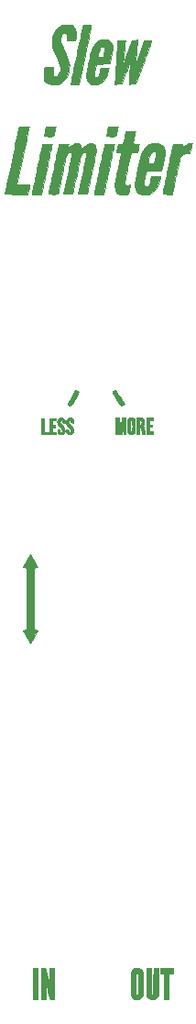
<source format=gto>
G04 #@! TF.GenerationSoftware,KiCad,Pcbnew,(5.1.10)-1*
G04 #@! TF.CreationDate,2021-10-20T09:32:21-05:00*
G04 #@! TF.ProjectId,Slew Limiter Front Panel,536c6577-204c-4696-9d69-746572204672,1.0*
G04 #@! TF.SameCoordinates,Original*
G04 #@! TF.FileFunction,Legend,Top*
G04 #@! TF.FilePolarity,Positive*
%FSLAX46Y46*%
G04 Gerber Fmt 4.6, Leading zero omitted, Abs format (unit mm)*
G04 Created by KiCad (PCBNEW (5.1.10)-1) date 2021-10-20 09:32:21*
%MOMM*%
%LPD*%
G01*
G04 APERTURE LIST*
%ADD10C,0.010000*%
G04 APERTURE END LIST*
D10*
G36*
X5030308Y-35310987D02*
G01*
X5032241Y-35604309D01*
X5034272Y-35846264D01*
X5036636Y-36041930D01*
X5039565Y-36196383D01*
X5043293Y-36314703D01*
X5048054Y-36401965D01*
X5054081Y-36463247D01*
X5061606Y-36503628D01*
X5070864Y-36528183D01*
X5082088Y-36541992D01*
X5087056Y-36545565D01*
X5147699Y-36561632D01*
X5185833Y-36545565D01*
X5197889Y-36534575D01*
X5207887Y-36514820D01*
X5216061Y-36481223D01*
X5222645Y-36428707D01*
X5227872Y-36352194D01*
X5231976Y-36246607D01*
X5235189Y-36106868D01*
X5237746Y-35927899D01*
X5239880Y-35704624D01*
X5241823Y-35431965D01*
X5242581Y-35310987D01*
X5249939Y-34107556D01*
X5702579Y-34107556D01*
X5694678Y-35358642D01*
X5686778Y-36609728D01*
X5602111Y-36746031D01*
X5529379Y-36841110D01*
X5447676Y-36915248D01*
X5417443Y-36934019D01*
X5285532Y-36980764D01*
X5135411Y-37001742D01*
X4996490Y-36993280D01*
X4977403Y-36988983D01*
X4831920Y-36923590D01*
X4712668Y-36808501D01*
X4644984Y-36698266D01*
X4572000Y-36551806D01*
X4572000Y-34107556D01*
X5022950Y-34107556D01*
X5030308Y-35310987D01*
G37*
X5030308Y-35310987D02*
X5032241Y-35604309D01*
X5034272Y-35846264D01*
X5036636Y-36041930D01*
X5039565Y-36196383D01*
X5043293Y-36314703D01*
X5048054Y-36401965D01*
X5054081Y-36463247D01*
X5061606Y-36503628D01*
X5070864Y-36528183D01*
X5082088Y-36541992D01*
X5087056Y-36545565D01*
X5147699Y-36561632D01*
X5185833Y-36545565D01*
X5197889Y-36534575D01*
X5207887Y-36514820D01*
X5216061Y-36481223D01*
X5222645Y-36428707D01*
X5227872Y-36352194D01*
X5231976Y-36246607D01*
X5235189Y-36106868D01*
X5237746Y-35927899D01*
X5239880Y-35704624D01*
X5241823Y-35431965D01*
X5242581Y-35310987D01*
X5249939Y-34107556D01*
X5702579Y-34107556D01*
X5694678Y-35358642D01*
X5686778Y-36609728D01*
X5602111Y-36746031D01*
X5529379Y-36841110D01*
X5447676Y-36915248D01*
X5417443Y-36934019D01*
X5285532Y-36980764D01*
X5135411Y-37001742D01*
X4996490Y-36993280D01*
X4977403Y-36988983D01*
X4831920Y-36923590D01*
X4712668Y-36808501D01*
X4644984Y-36698266D01*
X4572000Y-36551806D01*
X4572000Y-34107556D01*
X5022950Y-34107556D01*
X5030308Y-35310987D01*
G36*
X3900055Y-34088518D02*
G01*
X4043431Y-34156790D01*
X4159932Y-34273548D01*
X4191000Y-34319502D01*
X4275667Y-34455781D01*
X4284048Y-35466118D01*
X4285743Y-35789195D01*
X4285047Y-36059657D01*
X4281976Y-36276703D01*
X4276545Y-36439534D01*
X4268771Y-36547347D01*
X4261694Y-36590598D01*
X4207149Y-36712468D01*
X4118057Y-36831072D01*
X4012532Y-36923875D01*
X3976545Y-36945331D01*
X3864880Y-36979139D01*
X3726173Y-36987708D01*
X3583275Y-36972189D01*
X3459039Y-36933738D01*
X3428409Y-36917655D01*
X3339217Y-36845778D01*
X3260346Y-36752008D01*
X3244964Y-36727422D01*
X3175000Y-36605222D01*
X3175000Y-36007970D01*
X3616727Y-36007970D01*
X3617974Y-36181447D01*
X3621576Y-36314501D01*
X3628074Y-36412469D01*
X3638013Y-36480690D01*
X3651935Y-36524504D01*
X3670382Y-36549248D01*
X3693898Y-36560261D01*
X3723026Y-36562882D01*
X3725333Y-36562889D01*
X3785827Y-36542537D01*
X3806919Y-36524268D01*
X3816314Y-36492860D01*
X3823563Y-36421891D01*
X3828742Y-36308320D01*
X3831925Y-36149104D01*
X3833187Y-35941200D01*
X3832602Y-35681568D01*
X3831542Y-35518389D01*
X3829347Y-35257801D01*
X3826971Y-35047966D01*
X3824089Y-34883196D01*
X3820377Y-34757798D01*
X3815512Y-34666083D01*
X3809169Y-34602361D01*
X3801026Y-34560940D01*
X3790757Y-34536131D01*
X3778039Y-34522243D01*
X3774722Y-34519988D01*
X3714069Y-34503925D01*
X3675945Y-34519988D01*
X3662616Y-34532163D01*
X3651811Y-34553947D01*
X3643205Y-34591028D01*
X3636476Y-34649099D01*
X3631298Y-34733848D01*
X3627349Y-34850966D01*
X3624304Y-35006145D01*
X3621840Y-35205073D01*
X3619632Y-35453442D01*
X3619125Y-35518389D01*
X3617292Y-35788730D01*
X3616727Y-36007970D01*
X3175000Y-36007970D01*
X3175000Y-34455945D01*
X3259667Y-34319584D01*
X3368753Y-34187432D01*
X3503325Y-34104514D01*
X3667875Y-34068384D01*
X3725333Y-34066301D01*
X3900055Y-34088518D01*
G37*
X3900055Y-34088518D02*
X4043431Y-34156790D01*
X4159932Y-34273548D01*
X4191000Y-34319502D01*
X4275667Y-34455781D01*
X4284048Y-35466118D01*
X4285743Y-35789195D01*
X4285047Y-36059657D01*
X4281976Y-36276703D01*
X4276545Y-36439534D01*
X4268771Y-36547347D01*
X4261694Y-36590598D01*
X4207149Y-36712468D01*
X4118057Y-36831072D01*
X4012532Y-36923875D01*
X3976545Y-36945331D01*
X3864880Y-36979139D01*
X3726173Y-36987708D01*
X3583275Y-36972189D01*
X3459039Y-36933738D01*
X3428409Y-36917655D01*
X3339217Y-36845778D01*
X3260346Y-36752008D01*
X3244964Y-36727422D01*
X3175000Y-36605222D01*
X3175000Y-36007970D01*
X3616727Y-36007970D01*
X3617974Y-36181447D01*
X3621576Y-36314501D01*
X3628074Y-36412469D01*
X3638013Y-36480690D01*
X3651935Y-36524504D01*
X3670382Y-36549248D01*
X3693898Y-36560261D01*
X3723026Y-36562882D01*
X3725333Y-36562889D01*
X3785827Y-36542537D01*
X3806919Y-36524268D01*
X3816314Y-36492860D01*
X3823563Y-36421891D01*
X3828742Y-36308320D01*
X3831925Y-36149104D01*
X3833187Y-35941200D01*
X3832602Y-35681568D01*
X3831542Y-35518389D01*
X3829347Y-35257801D01*
X3826971Y-35047966D01*
X3824089Y-34883196D01*
X3820377Y-34757798D01*
X3815512Y-34666083D01*
X3809169Y-34602361D01*
X3801026Y-34560940D01*
X3790757Y-34536131D01*
X3778039Y-34522243D01*
X3774722Y-34519988D01*
X3714069Y-34503925D01*
X3675945Y-34519988D01*
X3662616Y-34532163D01*
X3651811Y-34553947D01*
X3643205Y-34591028D01*
X3636476Y-34649099D01*
X3631298Y-34733848D01*
X3627349Y-34850966D01*
X3624304Y-35006145D01*
X3621840Y-35205073D01*
X3619632Y-35453442D01*
X3619125Y-35518389D01*
X3617292Y-35788730D01*
X3616727Y-36007970D01*
X3175000Y-36007970D01*
X3175000Y-34455945D01*
X3259667Y-34319584D01*
X3368753Y-34187432D01*
X3503325Y-34104514D01*
X3667875Y-34068384D01*
X3725333Y-34066301D01*
X3900055Y-34088518D01*
G36*
X-5475111Y-36958000D02*
G01*
X-5898444Y-36958000D01*
X-5898444Y-34079333D01*
X-5475111Y-34079333D01*
X-5475111Y-36958000D01*
G37*
X-5475111Y-36958000D02*
X-5898444Y-36958000D01*
X-5898444Y-34079333D01*
X-5475111Y-34079333D01*
X-5475111Y-36958000D01*
G36*
X-3922889Y-36958000D02*
G01*
X-4315813Y-36958000D01*
X-4354939Y-36823945D01*
X-4373809Y-36757311D01*
X-4404605Y-36646249D01*
X-4444565Y-36500828D01*
X-4490925Y-36331119D01*
X-4540921Y-36147190D01*
X-4560644Y-36074386D01*
X-4727222Y-35458883D01*
X-4734739Y-36208442D01*
X-4742255Y-36958000D01*
X-5164667Y-36958000D01*
X-5164667Y-34079333D01*
X-4967649Y-34079333D01*
X-4863921Y-34080678D01*
X-4803152Y-34087655D01*
X-4771869Y-34104676D01*
X-4756599Y-34136154D01*
X-4752984Y-34149643D01*
X-4740849Y-34195411D01*
X-4715936Y-34287406D01*
X-4680479Y-34417447D01*
X-4636715Y-34577349D01*
X-4586878Y-34758931D01*
X-4542928Y-34918699D01*
X-4350518Y-35617445D01*
X-4341315Y-34855445D01*
X-4332111Y-34093445D01*
X-3922889Y-34076861D01*
X-3922889Y-36958000D01*
G37*
X-3922889Y-36958000D02*
X-4315813Y-36958000D01*
X-4354939Y-36823945D01*
X-4373809Y-36757311D01*
X-4404605Y-36646249D01*
X-4444565Y-36500828D01*
X-4490925Y-36331119D01*
X-4540921Y-36147190D01*
X-4560644Y-36074386D01*
X-4727222Y-35458883D01*
X-4734739Y-36208442D01*
X-4742255Y-36958000D01*
X-5164667Y-36958000D01*
X-5164667Y-34079333D01*
X-4967649Y-34079333D01*
X-4863921Y-34080678D01*
X-4803152Y-34087655D01*
X-4771869Y-34104676D01*
X-4756599Y-34136154D01*
X-4752984Y-34149643D01*
X-4740849Y-34195411D01*
X-4715936Y-34287406D01*
X-4680479Y-34417447D01*
X-4636715Y-34577349D01*
X-4586878Y-34758931D01*
X-4542928Y-34918699D01*
X-4350518Y-35617445D01*
X-4341315Y-34855445D01*
X-4332111Y-34093445D01*
X-3922889Y-34076861D01*
X-3922889Y-36958000D01*
G36*
X7055556Y-34559111D02*
G01*
X6660445Y-34559111D01*
X6660445Y-36958000D01*
X6237111Y-36958000D01*
X6237111Y-34559111D01*
X5842000Y-34559111D01*
X5842000Y-34079333D01*
X7055556Y-34079333D01*
X7055556Y-34559111D01*
G37*
X7055556Y-34559111D02*
X6660445Y-34559111D01*
X6660445Y-36958000D01*
X6237111Y-36958000D01*
X6237111Y-34559111D01*
X5842000Y-34559111D01*
X5842000Y-34079333D01*
X7055556Y-34079333D01*
X7055556Y-34559111D01*
G36*
X-6126900Y4075254D02*
G01*
X-6087053Y4011535D01*
X-6026825Y3911730D01*
X-5950067Y3782277D01*
X-5860633Y3629613D01*
X-5780157Y3490961D01*
X-5425608Y2877667D01*
X-5605582Y2869322D01*
X-5785555Y2860977D01*
X-5785555Y-2891199D01*
X-5425275Y-2907889D01*
X-5775811Y-3513377D01*
X-5872472Y-3680122D01*
X-5959552Y-3829920D01*
X-6033145Y-3956086D01*
X-6089344Y-4051933D01*
X-6124243Y-4110775D01*
X-6134154Y-4126672D01*
X-6149766Y-4105476D01*
X-6189613Y-4041758D01*
X-6249842Y-3941953D01*
X-6326599Y-3812500D01*
X-6416033Y-3659835D01*
X-6496509Y-3521184D01*
X-6851059Y-2907889D01*
X-6491111Y-2891199D01*
X-6491111Y2860977D01*
X-6671251Y2869322D01*
X-6851392Y2877667D01*
X-6500855Y3483155D01*
X-6404195Y3649900D01*
X-6317114Y3799698D01*
X-6243521Y3925864D01*
X-6187322Y4021711D01*
X-6152424Y4080553D01*
X-6142513Y4096450D01*
X-6126900Y4075254D01*
G37*
X-6126900Y4075254D02*
X-6087053Y4011535D01*
X-6026825Y3911730D01*
X-5950067Y3782277D01*
X-5860633Y3629613D01*
X-5780157Y3490961D01*
X-5425608Y2877667D01*
X-5605582Y2869322D01*
X-5785555Y2860977D01*
X-5785555Y-2891199D01*
X-5425275Y-2907889D01*
X-5775811Y-3513377D01*
X-5872472Y-3680122D01*
X-5959552Y-3829920D01*
X-6033145Y-3956086D01*
X-6089344Y-4051933D01*
X-6124243Y-4110775D01*
X-6134154Y-4126672D01*
X-6149766Y-4105476D01*
X-6189613Y-4041758D01*
X-6249842Y-3941953D01*
X-6326599Y-3812500D01*
X-6416033Y-3659835D01*
X-6496509Y-3521184D01*
X-6851059Y-2907889D01*
X-6491111Y-2891199D01*
X-6491111Y2860977D01*
X-6671251Y2869322D01*
X-6851392Y2877667D01*
X-6500855Y3483155D01*
X-6404195Y3649900D01*
X-6317114Y3799698D01*
X-6243521Y3925864D01*
X-6187322Y4021711D01*
X-6152424Y4080553D01*
X-6142513Y4096450D01*
X-6126900Y4075254D01*
G36*
X-3160532Y16671135D02*
G01*
X-3054273Y16608495D01*
X-2987917Y16506460D01*
X-2963429Y16366962D01*
X-2963333Y16356479D01*
X-2963333Y16240889D01*
X-3076222Y16240889D01*
X-3148702Y16244410D01*
X-3180925Y16262482D01*
X-3188983Y16306370D01*
X-3189111Y16319911D01*
X-3207018Y16401163D01*
X-3251440Y16452597D01*
X-3308427Y16467959D01*
X-3364030Y16440992D01*
X-3387406Y16408840D01*
X-3402707Y16321624D01*
X-3366370Y16216516D01*
X-3279451Y16095850D01*
X-3214742Y16027854D01*
X-3131306Y15938158D01*
X-3056814Y15844034D01*
X-3012784Y15775222D01*
X-2965335Y15642111D01*
X-2952359Y15502825D01*
X-2971666Y15371170D01*
X-3021064Y15260953D01*
X-3098365Y15185980D01*
X-3107018Y15181225D01*
X-3202045Y15152456D01*
X-3319820Y15143308D01*
X-3431943Y15154431D01*
X-3487697Y15172524D01*
X-3564930Y15239136D01*
X-3618209Y15344850D01*
X-3640425Y15474893D01*
X-3640667Y15490299D01*
X-3640667Y15620000D01*
X-3527778Y15620000D01*
X-3455472Y15616881D01*
X-3423335Y15598586D01*
X-3415120Y15551713D01*
X-3414889Y15526867D01*
X-3398250Y15440009D01*
X-3356482Y15383167D01*
X-3301808Y15362670D01*
X-3246450Y15384848D01*
X-3216447Y15424100D01*
X-3196253Y15505229D01*
X-3218800Y15599255D01*
X-3286242Y15711111D01*
X-3400327Y15845297D01*
X-3504812Y15959727D01*
X-3575187Y16047501D01*
X-3618267Y16120836D01*
X-3640871Y16191948D01*
X-3649814Y16273053D01*
X-3650639Y16293884D01*
X-3636056Y16452951D01*
X-3581905Y16572920D01*
X-3489477Y16652301D01*
X-3360067Y16689603D01*
X-3304729Y16692444D01*
X-3160532Y16671135D01*
G37*
X-3160532Y16671135D02*
X-3054273Y16608495D01*
X-2987917Y16506460D01*
X-2963429Y16366962D01*
X-2963333Y16356479D01*
X-2963333Y16240889D01*
X-3076222Y16240889D01*
X-3148702Y16244410D01*
X-3180925Y16262482D01*
X-3188983Y16306370D01*
X-3189111Y16319911D01*
X-3207018Y16401163D01*
X-3251440Y16452597D01*
X-3308427Y16467959D01*
X-3364030Y16440992D01*
X-3387406Y16408840D01*
X-3402707Y16321624D01*
X-3366370Y16216516D01*
X-3279451Y16095850D01*
X-3214742Y16027854D01*
X-3131306Y15938158D01*
X-3056814Y15844034D01*
X-3012784Y15775222D01*
X-2965335Y15642111D01*
X-2952359Y15502825D01*
X-2971666Y15371170D01*
X-3021064Y15260953D01*
X-3098365Y15185980D01*
X-3107018Y15181225D01*
X-3202045Y15152456D01*
X-3319820Y15143308D01*
X-3431943Y15154431D01*
X-3487697Y15172524D01*
X-3564930Y15239136D01*
X-3618209Y15344850D01*
X-3640425Y15474893D01*
X-3640667Y15490299D01*
X-3640667Y15620000D01*
X-3527778Y15620000D01*
X-3455472Y15616881D01*
X-3423335Y15598586D01*
X-3415120Y15551713D01*
X-3414889Y15526867D01*
X-3398250Y15440009D01*
X-3356482Y15383167D01*
X-3301808Y15362670D01*
X-3246450Y15384848D01*
X-3216447Y15424100D01*
X-3196253Y15505229D01*
X-3218800Y15599255D01*
X-3286242Y15711111D01*
X-3400327Y15845297D01*
X-3504812Y15959727D01*
X-3575187Y16047501D01*
X-3618267Y16120836D01*
X-3640871Y16191948D01*
X-3649814Y16273053D01*
X-3650639Y16293884D01*
X-3636056Y16452951D01*
X-3581905Y16572920D01*
X-3489477Y16652301D01*
X-3360067Y16689603D01*
X-3304729Y16692444D01*
X-3160532Y16671135D01*
G36*
X-2370310Y16671135D02*
G01*
X-2264051Y16608495D01*
X-2197695Y16506460D01*
X-2173207Y16366962D01*
X-2173111Y16356479D01*
X-2173111Y16240889D01*
X-2286000Y16240889D01*
X-2358480Y16244410D01*
X-2390702Y16262482D01*
X-2398761Y16306370D01*
X-2398889Y16319911D01*
X-2416796Y16401163D01*
X-2461218Y16452597D01*
X-2518205Y16467959D01*
X-2573808Y16440992D01*
X-2597184Y16408840D01*
X-2612485Y16321624D01*
X-2576147Y16216516D01*
X-2489229Y16095850D01*
X-2424520Y16027854D01*
X-2341084Y15938158D01*
X-2266592Y15844034D01*
X-2222562Y15775222D01*
X-2175113Y15642111D01*
X-2162137Y15502825D01*
X-2181444Y15371170D01*
X-2230842Y15260953D01*
X-2308142Y15185980D01*
X-2316796Y15181225D01*
X-2411823Y15152456D01*
X-2529598Y15143308D01*
X-2641721Y15154431D01*
X-2697474Y15172524D01*
X-2774708Y15239136D01*
X-2827987Y15344850D01*
X-2850202Y15474893D01*
X-2850444Y15490299D01*
X-2850444Y15620000D01*
X-2737555Y15620000D01*
X-2665250Y15616881D01*
X-2633113Y15598586D01*
X-2624897Y15551713D01*
X-2624667Y15526867D01*
X-2608028Y15440009D01*
X-2566260Y15383167D01*
X-2511586Y15362670D01*
X-2456228Y15384848D01*
X-2426225Y15424100D01*
X-2406031Y15505229D01*
X-2428578Y15599255D01*
X-2496019Y15711111D01*
X-2610104Y15845297D01*
X-2714590Y15959727D01*
X-2784964Y16047501D01*
X-2828045Y16120836D01*
X-2850649Y16191948D01*
X-2859591Y16273053D01*
X-2860416Y16293884D01*
X-2845834Y16452951D01*
X-2791683Y16572920D01*
X-2699255Y16652301D01*
X-2569844Y16689603D01*
X-2514507Y16692444D01*
X-2370310Y16671135D01*
G37*
X-2370310Y16671135D02*
X-2264051Y16608495D01*
X-2197695Y16506460D01*
X-2173207Y16366962D01*
X-2173111Y16356479D01*
X-2173111Y16240889D01*
X-2286000Y16240889D01*
X-2358480Y16244410D01*
X-2390702Y16262482D01*
X-2398761Y16306370D01*
X-2398889Y16319911D01*
X-2416796Y16401163D01*
X-2461218Y16452597D01*
X-2518205Y16467959D01*
X-2573808Y16440992D01*
X-2597184Y16408840D01*
X-2612485Y16321624D01*
X-2576147Y16216516D01*
X-2489229Y16095850D01*
X-2424520Y16027854D01*
X-2341084Y15938158D01*
X-2266592Y15844034D01*
X-2222562Y15775222D01*
X-2175113Y15642111D01*
X-2162137Y15502825D01*
X-2181444Y15371170D01*
X-2230842Y15260953D01*
X-2308142Y15185980D01*
X-2316796Y15181225D01*
X-2411823Y15152456D01*
X-2529598Y15143308D01*
X-2641721Y15154431D01*
X-2697474Y15172524D01*
X-2774708Y15239136D01*
X-2827987Y15344850D01*
X-2850202Y15474893D01*
X-2850444Y15490299D01*
X-2850444Y15620000D01*
X-2737555Y15620000D01*
X-2665250Y15616881D01*
X-2633113Y15598586D01*
X-2624897Y15551713D01*
X-2624667Y15526867D01*
X-2608028Y15440009D01*
X-2566260Y15383167D01*
X-2511586Y15362670D01*
X-2456228Y15384848D01*
X-2426225Y15424100D01*
X-2406031Y15505229D01*
X-2428578Y15599255D01*
X-2496019Y15711111D01*
X-2610104Y15845297D01*
X-2714590Y15959727D01*
X-2784964Y16047501D01*
X-2828045Y16120836D01*
X-2850649Y16191948D01*
X-2859591Y16273053D01*
X-2860416Y16293884D01*
X-2845834Y16452951D01*
X-2791683Y16572920D01*
X-2699255Y16652301D01*
X-2569844Y16689603D01*
X-2514507Y16692444D01*
X-2370310Y16671135D01*
G36*
X-4854222Y15394222D02*
G01*
X-4487333Y15394222D01*
X-4487333Y15168444D01*
X-5108222Y15168444D01*
X-5108222Y16664222D01*
X-4854222Y16664222D01*
X-4854222Y15394222D01*
G37*
X-4854222Y15394222D02*
X-4487333Y15394222D01*
X-4487333Y15168444D01*
X-5108222Y15168444D01*
X-5108222Y16664222D01*
X-4854222Y16664222D01*
X-4854222Y15394222D01*
G36*
X-3753555Y16438444D02*
G01*
X-4148667Y16438444D01*
X-4148667Y16043333D01*
X-3838222Y16043333D01*
X-3838222Y15817555D01*
X-4148667Y15817555D01*
X-4148667Y15394222D01*
X-3753555Y15394222D01*
X-3753555Y15168444D01*
X-4402667Y15168444D01*
X-4402667Y16664222D01*
X-3753555Y16664222D01*
X-3753555Y16438444D01*
G37*
X-3753555Y16438444D02*
X-4148667Y16438444D01*
X-4148667Y16043333D01*
X-3838222Y16043333D01*
X-3838222Y15817555D01*
X-4148667Y15817555D01*
X-4148667Y15394222D01*
X-3753555Y15394222D01*
X-3753555Y15168444D01*
X-4402667Y15168444D01*
X-4402667Y16664222D01*
X-3753555Y16664222D01*
X-3753555Y16438444D01*
G36*
X3285736Y16710321D02*
G01*
X3373027Y16684898D01*
X3384093Y16679664D01*
X3435628Y16646286D01*
X3474819Y16601396D01*
X3503274Y16537503D01*
X3522601Y16447117D01*
X3534407Y16322747D01*
X3540300Y16156903D01*
X3541889Y15944555D01*
X3540264Y15730283D01*
X3534319Y15564899D01*
X3522444Y15440914D01*
X3503033Y15350835D01*
X3474477Y15287174D01*
X3435168Y15242439D01*
X3384093Y15209447D01*
X3278781Y15177938D01*
X3153122Y15171982D01*
X3035430Y15191486D01*
X2988396Y15210768D01*
X2938548Y15244898D01*
X2900665Y15291038D01*
X2873192Y15356684D01*
X2854576Y15449329D01*
X2843265Y15576470D01*
X2837705Y15745602D01*
X2836333Y15944555D01*
X3076222Y15944555D01*
X3077922Y15751333D01*
X3083944Y15607733D01*
X3095672Y15507008D01*
X3114489Y15442412D01*
X3141781Y15407199D01*
X3178930Y15394622D01*
X3189111Y15394222D01*
X3245403Y15416932D01*
X3272785Y15448811D01*
X3283326Y15496319D01*
X3292059Y15589955D01*
X3298374Y15719416D01*
X3301665Y15874397D01*
X3302000Y15944555D01*
X3300300Y16137778D01*
X3294278Y16281378D01*
X3282551Y16382103D01*
X3263733Y16446699D01*
X3236442Y16481912D01*
X3199293Y16494489D01*
X3189111Y16494889D01*
X3149476Y16486602D01*
X3120019Y16457246D01*
X3099358Y16400072D01*
X3086107Y16308336D01*
X3078884Y16175291D01*
X3076304Y15994190D01*
X3076222Y15944555D01*
X2836333Y15944555D01*
X2837958Y16158828D01*
X2843904Y16324212D01*
X2855778Y16448197D01*
X2875190Y16538276D01*
X2903746Y16601937D01*
X2943054Y16646672D01*
X2994129Y16679664D01*
X3075831Y16706819D01*
X3173695Y16720332D01*
X3189111Y16720667D01*
X3285736Y16710321D01*
G37*
X3285736Y16710321D02*
X3373027Y16684898D01*
X3384093Y16679664D01*
X3435628Y16646286D01*
X3474819Y16601396D01*
X3503274Y16537503D01*
X3522601Y16447117D01*
X3534407Y16322747D01*
X3540300Y16156903D01*
X3541889Y15944555D01*
X3540264Y15730283D01*
X3534319Y15564899D01*
X3522444Y15440914D01*
X3503033Y15350835D01*
X3474477Y15287174D01*
X3435168Y15242439D01*
X3384093Y15209447D01*
X3278781Y15177938D01*
X3153122Y15171982D01*
X3035430Y15191486D01*
X2988396Y15210768D01*
X2938548Y15244898D01*
X2900665Y15291038D01*
X2873192Y15356684D01*
X2854576Y15449329D01*
X2843265Y15576470D01*
X2837705Y15745602D01*
X2836333Y15944555D01*
X3076222Y15944555D01*
X3077922Y15751333D01*
X3083944Y15607733D01*
X3095672Y15507008D01*
X3114489Y15442412D01*
X3141781Y15407199D01*
X3178930Y15394622D01*
X3189111Y15394222D01*
X3245403Y15416932D01*
X3272785Y15448811D01*
X3283326Y15496319D01*
X3292059Y15589955D01*
X3298374Y15719416D01*
X3301665Y15874397D01*
X3302000Y15944555D01*
X3300300Y16137778D01*
X3294278Y16281378D01*
X3282551Y16382103D01*
X3263733Y16446699D01*
X3236442Y16481912D01*
X3199293Y16494489D01*
X3189111Y16494889D01*
X3149476Y16486602D01*
X3120019Y16457246D01*
X3099358Y16400072D01*
X3086107Y16308336D01*
X3078884Y16175291D01*
X3076304Y15994190D01*
X3076222Y15944555D01*
X2836333Y15944555D01*
X2837958Y16158828D01*
X2843904Y16324212D01*
X2855778Y16448197D01*
X2875190Y16538276D01*
X2903746Y16601937D01*
X2943054Y16646672D01*
X2994129Y16679664D01*
X3075831Y16706819D01*
X3173695Y16720332D01*
X3189111Y16720667D01*
X3285736Y16710321D01*
G36*
X2495074Y16692601D02*
G01*
X2514020Y16692444D01*
X2681111Y16692444D01*
X2681111Y15196667D01*
X2455333Y15196667D01*
X2448977Y16170333D01*
X2376127Y15683500D01*
X2303276Y15196667D01*
X2195860Y15196667D01*
X2126686Y15201604D01*
X2088927Y15213862D01*
X2086689Y15217833D01*
X2081813Y15251848D01*
X2069580Y15331172D01*
X2051622Y15445388D01*
X2029570Y15584081D01*
X2019303Y15648222D01*
X1953672Y16057444D01*
X1950503Y15627055D01*
X1947333Y15196667D01*
X1721556Y15196667D01*
X1721556Y16692444D01*
X1887829Y16692444D01*
X1951408Y16693231D01*
X1998461Y16690635D01*
X2032542Y16677220D01*
X2057207Y16645554D01*
X2076010Y16588200D01*
X2092506Y16497724D01*
X2110252Y16366692D01*
X2132801Y16187668D01*
X2134110Y16177389D01*
X2153176Y16037193D01*
X2171443Y15919540D01*
X2187170Y15834515D01*
X2198615Y15792205D01*
X2201111Y15789333D01*
X2211002Y15815640D01*
X2225837Y15887716D01*
X2243787Y15995293D01*
X2263022Y16128103D01*
X2267717Y16163278D01*
X2291567Y16347867D01*
X2309926Y16484018D01*
X2326192Y16579032D01*
X2343764Y16640210D01*
X2366039Y16674855D01*
X2396417Y16690267D01*
X2438296Y16693749D01*
X2495074Y16692601D01*
G37*
X2495074Y16692601D02*
X2514020Y16692444D01*
X2681111Y16692444D01*
X2681111Y15196667D01*
X2455333Y15196667D01*
X2448977Y16170333D01*
X2376127Y15683500D01*
X2303276Y15196667D01*
X2195860Y15196667D01*
X2126686Y15201604D01*
X2088927Y15213862D01*
X2086689Y15217833D01*
X2081813Y15251848D01*
X2069580Y15331172D01*
X2051622Y15445388D01*
X2029570Y15584081D01*
X2019303Y15648222D01*
X1953672Y16057444D01*
X1950503Y15627055D01*
X1947333Y15196667D01*
X1721556Y15196667D01*
X1721556Y16692444D01*
X1887829Y16692444D01*
X1951408Y16693231D01*
X1998461Y16690635D01*
X2032542Y16677220D01*
X2057207Y16645554D01*
X2076010Y16588200D01*
X2092506Y16497724D01*
X2110252Y16366692D01*
X2132801Y16187668D01*
X2134110Y16177389D01*
X2153176Y16037193D01*
X2171443Y15919540D01*
X2187170Y15834515D01*
X2198615Y15792205D01*
X2201111Y15789333D01*
X2211002Y15815640D01*
X2225837Y15887716D01*
X2243787Y15995293D01*
X2263022Y16128103D01*
X2267717Y16163278D01*
X2291567Y16347867D01*
X2309926Y16484018D01*
X2326192Y16579032D01*
X2343764Y16640210D01*
X2366039Y16674855D01*
X2396417Y16690267D01*
X2438296Y16693749D01*
X2495074Y16692601D01*
G36*
X4075055Y16690744D02*
G01*
X4158753Y16683751D01*
X4215206Y16668627D01*
X4258985Y16642535D01*
X4275570Y16628944D01*
X4337323Y16543091D01*
X4376023Y16423396D01*
X4390426Y16288077D01*
X4379284Y16155355D01*
X4341352Y16043450D01*
X4318027Y16008136D01*
X4285792Y15961057D01*
X4291525Y15927020D01*
X4318454Y15895234D01*
X4356636Y15833817D01*
X4382426Y15740579D01*
X4397198Y15607660D01*
X4402326Y15427200D01*
X4402356Y15415389D01*
X4402667Y15196667D01*
X4148667Y15196667D01*
X4148667Y15434718D01*
X4144312Y15595798D01*
X4129760Y15707755D01*
X4102783Y15777348D01*
X4061151Y15811333D01*
X4022365Y15817555D01*
X3951111Y15817555D01*
X3951111Y15196667D01*
X3697111Y15196667D01*
X3697111Y16255000D01*
X3951111Y16255000D01*
X3952512Y16146624D01*
X3958724Y16083022D01*
X3972765Y16052556D01*
X3997649Y16043582D01*
X4005955Y16043333D01*
X4062441Y16064954D01*
X4104733Y16106057D01*
X4141570Y16191246D01*
X4148696Y16285450D01*
X4129664Y16373107D01*
X4088029Y16438653D01*
X4027347Y16466528D01*
X4022365Y16466667D01*
X3986125Y16464109D01*
X3964882Y16448507D01*
X3954633Y16407970D01*
X3951376Y16330606D01*
X3951111Y16255000D01*
X3697111Y16255000D01*
X3697111Y16692444D01*
X3949537Y16692444D01*
X4075055Y16690744D01*
G37*
X4075055Y16690744D02*
X4158753Y16683751D01*
X4215206Y16668627D01*
X4258985Y16642535D01*
X4275570Y16628944D01*
X4337323Y16543091D01*
X4376023Y16423396D01*
X4390426Y16288077D01*
X4379284Y16155355D01*
X4341352Y16043450D01*
X4318027Y16008136D01*
X4285792Y15961057D01*
X4291525Y15927020D01*
X4318454Y15895234D01*
X4356636Y15833817D01*
X4382426Y15740579D01*
X4397198Y15607660D01*
X4402326Y15427200D01*
X4402356Y15415389D01*
X4402667Y15196667D01*
X4148667Y15196667D01*
X4148667Y15434718D01*
X4144312Y15595798D01*
X4129760Y15707755D01*
X4102783Y15777348D01*
X4061151Y15811333D01*
X4022365Y15817555D01*
X3951111Y15817555D01*
X3951111Y15196667D01*
X3697111Y15196667D01*
X3697111Y16255000D01*
X3951111Y16255000D01*
X3952512Y16146624D01*
X3958724Y16083022D01*
X3972765Y16052556D01*
X3997649Y16043582D01*
X4005955Y16043333D01*
X4062441Y16064954D01*
X4104733Y16106057D01*
X4141570Y16191246D01*
X4148696Y16285450D01*
X4129664Y16373107D01*
X4088029Y16438653D01*
X4027347Y16466528D01*
X4022365Y16466667D01*
X3986125Y16464109D01*
X3964882Y16448507D01*
X3954633Y16407970D01*
X3951376Y16330606D01*
X3951111Y16255000D01*
X3697111Y16255000D01*
X3697111Y16692444D01*
X3949537Y16692444D01*
X4075055Y16690744D01*
G36*
X5221111Y16466667D02*
G01*
X4826000Y16466667D01*
X4826000Y16071555D01*
X5136445Y16071555D01*
X5136445Y15845778D01*
X4826000Y15845778D01*
X4826000Y15422444D01*
X5221111Y15422444D01*
X5221111Y15196667D01*
X4572000Y15196667D01*
X4572000Y16692444D01*
X5221111Y16692444D01*
X5221111Y16466667D01*
G37*
X5221111Y16466667D02*
X4826000Y16466667D01*
X4826000Y16071555D01*
X5136445Y16071555D01*
X5136445Y15845778D01*
X4826000Y15845778D01*
X4826000Y15422444D01*
X5221111Y15422444D01*
X5221111Y15196667D01*
X4572000Y15196667D01*
X4572000Y16692444D01*
X5221111Y16692444D01*
X5221111Y16466667D01*
G36*
X-1826368Y19182991D02*
G01*
X-1747305Y19135608D01*
X-1691155Y19093834D01*
X-1674079Y19073996D01*
X-1684406Y19042162D01*
X-1719230Y18969910D01*
X-1773994Y18865213D01*
X-1844140Y18736045D01*
X-1925111Y18590381D01*
X-2012349Y18436194D01*
X-2101296Y18281457D01*
X-2187395Y18134146D01*
X-2266089Y18002232D01*
X-2332819Y17893691D01*
X-2383029Y17816496D01*
X-2412160Y17778621D01*
X-2415884Y17776155D01*
X-2453747Y17785990D01*
X-2519088Y17817373D01*
X-2548450Y17834015D01*
X-2621740Y17880133D01*
X-2676026Y17919098D01*
X-2686364Y17928186D01*
X-2687116Y17954451D01*
X-2665827Y18012906D01*
X-2620880Y18106742D01*
X-2550658Y18239149D01*
X-2453545Y18413320D01*
X-2341522Y18608929D01*
X-1965993Y19258985D01*
X-1826368Y19182991D01*
G37*
X-1826368Y19182991D02*
X-1747305Y19135608D01*
X-1691155Y19093834D01*
X-1674079Y19073996D01*
X-1684406Y19042162D01*
X-1719230Y18969910D01*
X-1773994Y18865213D01*
X-1844140Y18736045D01*
X-1925111Y18590381D01*
X-2012349Y18436194D01*
X-2101296Y18281457D01*
X-2187395Y18134146D01*
X-2266089Y18002232D01*
X-2332819Y17893691D01*
X-2383029Y17816496D01*
X-2412160Y17778621D01*
X-2415884Y17776155D01*
X-2453747Y17785990D01*
X-2519088Y17817373D01*
X-2548450Y17834015D01*
X-2621740Y17880133D01*
X-2676026Y17919098D01*
X-2686364Y17928186D01*
X-2687116Y17954451D01*
X-2665827Y18012906D01*
X-2620880Y18106742D01*
X-2550658Y18239149D01*
X-2453545Y18413320D01*
X-2341522Y18608929D01*
X-1965993Y19258985D01*
X-1826368Y19182991D01*
G36*
X1754251Y19228616D02*
G01*
X1797114Y19162224D01*
X1859974Y19063671D01*
X1938047Y18940561D01*
X2026550Y18800498D01*
X2120700Y18651086D01*
X2215715Y18499931D01*
X2306811Y18354637D01*
X2389205Y18222808D01*
X2458113Y18112049D01*
X2508754Y18029964D01*
X2536344Y17984157D01*
X2540000Y17977238D01*
X2517983Y17957516D01*
X2462761Y17920395D01*
X2390582Y17875688D01*
X2317692Y17833212D01*
X2260338Y17802780D01*
X2236187Y17793700D01*
X2216197Y17816805D01*
X2170732Y17881528D01*
X2104005Y17981480D01*
X2020228Y18110271D01*
X1923614Y18261513D01*
X1834445Y18403105D01*
X1730314Y18570367D01*
X1636366Y18722930D01*
X1556730Y18853954D01*
X1495535Y18956598D01*
X1456912Y19024021D01*
X1444956Y19048325D01*
X1462541Y19076453D01*
X1512711Y19121457D01*
X1580321Y19172578D01*
X1650228Y19219054D01*
X1707288Y19250126D01*
X1736166Y19255241D01*
X1754251Y19228616D01*
G37*
X1754251Y19228616D02*
X1797114Y19162224D01*
X1859974Y19063671D01*
X1938047Y18940561D01*
X2026550Y18800498D01*
X2120700Y18651086D01*
X2215715Y18499931D01*
X2306811Y18354637D01*
X2389205Y18222808D01*
X2458113Y18112049D01*
X2508754Y18029964D01*
X2536344Y17984157D01*
X2540000Y17977238D01*
X2517983Y17957516D01*
X2462761Y17920395D01*
X2390582Y17875688D01*
X2317692Y17833212D01*
X2260338Y17802780D01*
X2236187Y17793700D01*
X2216197Y17816805D01*
X2170732Y17881528D01*
X2104005Y17981480D01*
X2020228Y18110271D01*
X1923614Y18261513D01*
X1834445Y18403105D01*
X1730314Y18570367D01*
X1636366Y18722930D01*
X1556730Y18853954D01*
X1495535Y18956598D01*
X1456912Y19024021D01*
X1444956Y19048325D01*
X1462541Y19076453D01*
X1512711Y19121457D01*
X1580321Y19172578D01*
X1650228Y19219054D01*
X1707288Y19250126D01*
X1736166Y19255241D01*
X1754251Y19228616D01*
G36*
X5536687Y42018730D02*
G01*
X5643208Y42010847D01*
X5726632Y41994732D01*
X5803583Y41967940D01*
X5831226Y41955964D01*
X5998676Y41857628D01*
X6125437Y41729002D01*
X6214021Y41565696D01*
X6266938Y41363319D01*
X6285619Y41161111D01*
X6287413Y41071228D01*
X6285283Y40985786D01*
X6277901Y40895627D01*
X6263940Y40791594D01*
X6242069Y40664528D01*
X6210962Y40505272D01*
X6169289Y40304668D01*
X6144383Y40187444D01*
X5993814Y39481889D01*
X4577908Y39466821D01*
X4535412Y39276799D01*
X4474903Y39002754D01*
X4427449Y38777788D01*
X4392558Y38596184D01*
X4369736Y38452226D01*
X4358490Y38340199D01*
X4358328Y38254386D01*
X4368756Y38189071D01*
X4389281Y38138539D01*
X4419410Y38097074D01*
X4432463Y38083315D01*
X4515494Y38035967D01*
X4613659Y38034191D01*
X4714803Y38074149D01*
X4806774Y38152002D01*
X4852992Y38216141D01*
X4883682Y38285365D01*
X4920524Y38394573D01*
X4958738Y38528375D01*
X4991380Y38661673D01*
X5067762Y39002111D01*
X5468992Y39009941D01*
X5632607Y39014077D01*
X5748078Y39013777D01*
X5821588Y39001089D01*
X5859326Y38968063D01*
X5867477Y38906748D01*
X5852227Y38809193D01*
X5819762Y38667447D01*
X5800454Y38583907D01*
X5714806Y38280899D01*
X5604317Y38022950D01*
X5465506Y37802872D01*
X5363903Y37682514D01*
X5167897Y37502069D01*
X4965208Y37373622D01*
X4748462Y37292731D01*
X4696911Y37280611D01*
X4534159Y37251746D01*
X4398051Y37243281D01*
X4262678Y37255020D01*
X4148312Y37276478D01*
X3946322Y37343909D01*
X3784256Y37450736D01*
X3661880Y37597296D01*
X3578962Y37783924D01*
X3535270Y38010957D01*
X3527778Y38172339D01*
X3529337Y38242117D01*
X3534691Y38318750D01*
X3544857Y38407935D01*
X3560851Y38515371D01*
X3583689Y38646756D01*
X3614387Y38807788D01*
X3653961Y39004165D01*
X3703428Y39241585D01*
X3763804Y39525746D01*
X3795603Y39674114D01*
X3859658Y39971670D01*
X3912847Y40216360D01*
X4741333Y40216360D01*
X4748347Y40195986D01*
X4775846Y40183495D01*
X4833515Y40177640D01*
X4931041Y40177174D01*
X5028665Y40179402D01*
X5315996Y40187444D01*
X5396195Y40540222D01*
X5442723Y40776881D01*
X5463367Y40964015D01*
X5458149Y41102251D01*
X5427090Y41192213D01*
X5419444Y41202508D01*
X5362998Y41233371D01*
X5275926Y41244841D01*
X5180583Y41236988D01*
X5099327Y41209881D01*
X5085760Y41201480D01*
X5013304Y41123049D01*
X4943013Y40993019D01*
X4876990Y40816233D01*
X4817342Y40597536D01*
X4810727Y40568770D01*
X4782630Y40440425D01*
X4759993Y40329644D01*
X4745426Y40249679D01*
X4741333Y40216360D01*
X3912847Y40216360D01*
X3913605Y40219847D01*
X3958987Y40424496D01*
X3997347Y40591467D01*
X4030228Y40726611D01*
X4059172Y40835778D01*
X4085723Y40924819D01*
X4111424Y40999583D01*
X4137818Y41065922D01*
X4166447Y41129686D01*
X4195217Y41189333D01*
X4346451Y41445374D01*
X4527361Y41661854D01*
X4732876Y41833453D01*
X4900911Y41929876D01*
X4993432Y41971427D01*
X5069915Y41997975D01*
X5148240Y42012844D01*
X5246287Y42019354D01*
X5381938Y42020828D01*
X5390445Y42020830D01*
X5536687Y42018730D01*
G37*
X5536687Y42018730D02*
X5643208Y42010847D01*
X5726632Y41994732D01*
X5803583Y41967940D01*
X5831226Y41955964D01*
X5998676Y41857628D01*
X6125437Y41729002D01*
X6214021Y41565696D01*
X6266938Y41363319D01*
X6285619Y41161111D01*
X6287413Y41071228D01*
X6285283Y40985786D01*
X6277901Y40895627D01*
X6263940Y40791594D01*
X6242069Y40664528D01*
X6210962Y40505272D01*
X6169289Y40304668D01*
X6144383Y40187444D01*
X5993814Y39481889D01*
X4577908Y39466821D01*
X4535412Y39276799D01*
X4474903Y39002754D01*
X4427449Y38777788D01*
X4392558Y38596184D01*
X4369736Y38452226D01*
X4358490Y38340199D01*
X4358328Y38254386D01*
X4368756Y38189071D01*
X4389281Y38138539D01*
X4419410Y38097074D01*
X4432463Y38083315D01*
X4515494Y38035967D01*
X4613659Y38034191D01*
X4714803Y38074149D01*
X4806774Y38152002D01*
X4852992Y38216141D01*
X4883682Y38285365D01*
X4920524Y38394573D01*
X4958738Y38528375D01*
X4991380Y38661673D01*
X5067762Y39002111D01*
X5468992Y39009941D01*
X5632607Y39014077D01*
X5748078Y39013777D01*
X5821588Y39001089D01*
X5859326Y38968063D01*
X5867477Y38906748D01*
X5852227Y38809193D01*
X5819762Y38667447D01*
X5800454Y38583907D01*
X5714806Y38280899D01*
X5604317Y38022950D01*
X5465506Y37802872D01*
X5363903Y37682514D01*
X5167897Y37502069D01*
X4965208Y37373622D01*
X4748462Y37292731D01*
X4696911Y37280611D01*
X4534159Y37251746D01*
X4398051Y37243281D01*
X4262678Y37255020D01*
X4148312Y37276478D01*
X3946322Y37343909D01*
X3784256Y37450736D01*
X3661880Y37597296D01*
X3578962Y37783924D01*
X3535270Y38010957D01*
X3527778Y38172339D01*
X3529337Y38242117D01*
X3534691Y38318750D01*
X3544857Y38407935D01*
X3560851Y38515371D01*
X3583689Y38646756D01*
X3614387Y38807788D01*
X3653961Y39004165D01*
X3703428Y39241585D01*
X3763804Y39525746D01*
X3795603Y39674114D01*
X3859658Y39971670D01*
X3912847Y40216360D01*
X4741333Y40216360D01*
X4748347Y40195986D01*
X4775846Y40183495D01*
X4833515Y40177640D01*
X4931041Y40177174D01*
X5028665Y40179402D01*
X5315996Y40187444D01*
X5396195Y40540222D01*
X5442723Y40776881D01*
X5463367Y40964015D01*
X5458149Y41102251D01*
X5427090Y41192213D01*
X5419444Y41202508D01*
X5362998Y41233371D01*
X5275926Y41244841D01*
X5180583Y41236988D01*
X5099327Y41209881D01*
X5085760Y41201480D01*
X5013304Y41123049D01*
X4943013Y40993019D01*
X4876990Y40816233D01*
X4817342Y40597536D01*
X4810727Y40568770D01*
X4782630Y40440425D01*
X4759993Y40329644D01*
X4745426Y40249679D01*
X4741333Y40216360D01*
X3912847Y40216360D01*
X3913605Y40219847D01*
X3958987Y40424496D01*
X3997347Y40591467D01*
X4030228Y40726611D01*
X4059172Y40835778D01*
X4085723Y40924819D01*
X4111424Y40999583D01*
X4137818Y41065922D01*
X4166447Y41129686D01*
X4195217Y41189333D01*
X4346451Y41445374D01*
X4527361Y41661854D01*
X4732876Y41833453D01*
X4900911Y41929876D01*
X4993432Y41971427D01*
X5069915Y41997975D01*
X5148240Y42012844D01*
X5246287Y42019354D01*
X5381938Y42020828D01*
X5390445Y42020830D01*
X5536687Y42018730D01*
G36*
X3270026Y43107696D02*
G01*
X3397434Y43105632D01*
X3493063Y43102521D01*
X3547296Y43098635D01*
X3556000Y43096201D01*
X3550590Y43065538D01*
X3535807Y42990184D01*
X3513819Y42880698D01*
X3486796Y42747642D01*
X3456905Y42601574D01*
X3426315Y42453055D01*
X3397196Y42312646D01*
X3371716Y42190906D01*
X3352044Y42098396D01*
X3340348Y42045676D01*
X3339715Y42043055D01*
X3334736Y42014369D01*
X3343255Y41995959D01*
X3374947Y41985547D01*
X3439490Y41980855D01*
X3546559Y41979603D01*
X3609385Y41979555D01*
X3748977Y41977434D01*
X3838691Y41970541D01*
X3884951Y41958081D01*
X3895002Y41944278D01*
X3889446Y41904613D01*
X3874022Y41821433D01*
X3850992Y41706344D01*
X3822620Y41570957D01*
X3818139Y41550057D01*
X3740941Y41191115D01*
X3446270Y41183169D01*
X3151598Y41175222D01*
X2873769Y39862889D01*
X2799269Y39509626D01*
X2736802Y39207621D01*
X2686455Y38952963D01*
X2648309Y38741746D01*
X2622450Y38570061D01*
X2608961Y38433999D01*
X2607926Y38329654D01*
X2619429Y38253115D01*
X2643555Y38200476D01*
X2680388Y38167827D01*
X2730011Y38151261D01*
X2792508Y38146869D01*
X2867964Y38150743D01*
X2910499Y38154552D01*
X3097553Y38172294D01*
X3007342Y37741352D01*
X2972199Y37571254D01*
X2943246Y37448077D01*
X2912047Y37364221D01*
X2870169Y37312089D01*
X2809177Y37284084D01*
X2720635Y37272609D01*
X2596111Y37270064D01*
X2483556Y37269533D01*
X2340851Y37270077D01*
X2238250Y37276167D01*
X2159501Y37290172D01*
X2088353Y37314460D01*
X2046111Y37333276D01*
X1929923Y37396382D01*
X1849617Y37466518D01*
X1786860Y37562523D01*
X1752277Y37635222D01*
X1699527Y37807116D01*
X1674230Y38014260D01*
X1677611Y38241923D01*
X1691526Y38366396D01*
X1704440Y38442287D01*
X1727797Y38566481D01*
X1760210Y38732090D01*
X1800291Y38932227D01*
X1846651Y39160003D01*
X1897904Y39408531D01*
X1952662Y39670923D01*
X1991489Y39855165D01*
X2046175Y40114392D01*
X2097078Y40357201D01*
X2143031Y40577906D01*
X2182862Y40770819D01*
X2215402Y40930251D01*
X2239482Y41050516D01*
X2253934Y41125925D01*
X2257778Y41150299D01*
X2237162Y41172023D01*
X2171599Y41186533D01*
X2055516Y41195043D01*
X2051620Y41195202D01*
X1845462Y41203444D01*
X1928601Y41591500D01*
X2011740Y41979555D01*
X2445437Y41979555D01*
X2551029Y42494611D01*
X2585299Y42660748D01*
X2616485Y42810033D01*
X2642529Y42932755D01*
X2661369Y43019202D01*
X2670769Y43059055D01*
X2681227Y43077962D01*
X2705631Y43091367D01*
X2752395Y43100193D01*
X2829936Y43105364D01*
X2946670Y43107807D01*
X3111013Y43108443D01*
X3120457Y43108444D01*
X3270026Y43107696D01*
G37*
X3270026Y43107696D02*
X3397434Y43105632D01*
X3493063Y43102521D01*
X3547296Y43098635D01*
X3556000Y43096201D01*
X3550590Y43065538D01*
X3535807Y42990184D01*
X3513819Y42880698D01*
X3486796Y42747642D01*
X3456905Y42601574D01*
X3426315Y42453055D01*
X3397196Y42312646D01*
X3371716Y42190906D01*
X3352044Y42098396D01*
X3340348Y42045676D01*
X3339715Y42043055D01*
X3334736Y42014369D01*
X3343255Y41995959D01*
X3374947Y41985547D01*
X3439490Y41980855D01*
X3546559Y41979603D01*
X3609385Y41979555D01*
X3748977Y41977434D01*
X3838691Y41970541D01*
X3884951Y41958081D01*
X3895002Y41944278D01*
X3889446Y41904613D01*
X3874022Y41821433D01*
X3850992Y41706344D01*
X3822620Y41570957D01*
X3818139Y41550057D01*
X3740941Y41191115D01*
X3446270Y41183169D01*
X3151598Y41175222D01*
X2873769Y39862889D01*
X2799269Y39509626D01*
X2736802Y39207621D01*
X2686455Y38952963D01*
X2648309Y38741746D01*
X2622450Y38570061D01*
X2608961Y38433999D01*
X2607926Y38329654D01*
X2619429Y38253115D01*
X2643555Y38200476D01*
X2680388Y38167827D01*
X2730011Y38151261D01*
X2792508Y38146869D01*
X2867964Y38150743D01*
X2910499Y38154552D01*
X3097553Y38172294D01*
X3007342Y37741352D01*
X2972199Y37571254D01*
X2943246Y37448077D01*
X2912047Y37364221D01*
X2870169Y37312089D01*
X2809177Y37284084D01*
X2720635Y37272609D01*
X2596111Y37270064D01*
X2483556Y37269533D01*
X2340851Y37270077D01*
X2238250Y37276167D01*
X2159501Y37290172D01*
X2088353Y37314460D01*
X2046111Y37333276D01*
X1929923Y37396382D01*
X1849617Y37466518D01*
X1786860Y37562523D01*
X1752277Y37635222D01*
X1699527Y37807116D01*
X1674230Y38014260D01*
X1677611Y38241923D01*
X1691526Y38366396D01*
X1704440Y38442287D01*
X1727797Y38566481D01*
X1760210Y38732090D01*
X1800291Y38932227D01*
X1846651Y39160003D01*
X1897904Y39408531D01*
X1952662Y39670923D01*
X1991489Y39855165D01*
X2046175Y40114392D01*
X2097078Y40357201D01*
X2143031Y40577906D01*
X2182862Y40770819D01*
X2215402Y40930251D01*
X2239482Y41050516D01*
X2253934Y41125925D01*
X2257778Y41150299D01*
X2237162Y41172023D01*
X2171599Y41186533D01*
X2055516Y41195043D01*
X2051620Y41195202D01*
X1845462Y41203444D01*
X1928601Y41591500D01*
X2011740Y41979555D01*
X2445437Y41979555D01*
X2551029Y42494611D01*
X2585299Y42660748D01*
X2616485Y42810033D01*
X2642529Y42932755D01*
X2661369Y43019202D01*
X2670769Y43059055D01*
X2681227Y43077962D01*
X2705631Y43091367D01*
X2752395Y43100193D01*
X2829936Y43105364D01*
X2946670Y43107807D01*
X3111013Y43108443D01*
X3120457Y43108444D01*
X3270026Y43107696D01*
G36*
X-4406903Y41978971D02*
G01*
X-4291692Y41976600D01*
X-4216482Y41971512D01*
X-4173055Y41962778D01*
X-4153193Y41949470D01*
X-4148667Y41931895D01*
X-4154379Y41896968D01*
X-4170812Y41812138D01*
X-4196909Y41682394D01*
X-4231615Y41512724D01*
X-4273874Y41308119D01*
X-4322630Y41073566D01*
X-4376828Y40814056D01*
X-4435411Y40534577D01*
X-4497323Y40240119D01*
X-4561509Y39935671D01*
X-4626913Y39626221D01*
X-4692478Y39316759D01*
X-4757150Y39012274D01*
X-4819872Y38717756D01*
X-4879588Y38438193D01*
X-4935242Y38178574D01*
X-4985779Y37943889D01*
X-5030143Y37739127D01*
X-5067278Y37569277D01*
X-5096128Y37439327D01*
X-5115637Y37354268D01*
X-5124749Y37319088D01*
X-5124990Y37318590D01*
X-5156957Y37310219D01*
X-5235128Y37303126D01*
X-5349267Y37297872D01*
X-5489137Y37295019D01*
X-5561443Y37294667D01*
X-5725355Y37295308D01*
X-5840963Y37297820D01*
X-5916398Y37303087D01*
X-5959791Y37311994D01*
X-5979273Y37325423D01*
X-5983111Y37340506D01*
X-5977400Y37374992D01*
X-5960969Y37459405D01*
X-5934873Y37588759D01*
X-5900168Y37758071D01*
X-5857909Y37962357D01*
X-5809151Y38196632D01*
X-5754949Y38455913D01*
X-5696357Y38735215D01*
X-5634432Y39029554D01*
X-5570229Y39333946D01*
X-5504801Y39643407D01*
X-5439205Y39952952D01*
X-5374496Y40257598D01*
X-5311728Y40552361D01*
X-5251957Y40832255D01*
X-5196238Y41092298D01*
X-5145626Y41327505D01*
X-5101176Y41532892D01*
X-5063944Y41703474D01*
X-5034983Y41834268D01*
X-5015350Y41920290D01*
X-5006100Y41956554D01*
X-5005780Y41957262D01*
X-4974180Y41965061D01*
X-4896345Y41971670D01*
X-4782477Y41976565D01*
X-4642782Y41979226D01*
X-4570334Y41979555D01*
X-4406903Y41978971D01*
G37*
X-4406903Y41978971D02*
X-4291692Y41976600D01*
X-4216482Y41971512D01*
X-4173055Y41962778D01*
X-4153193Y41949470D01*
X-4148667Y41931895D01*
X-4154379Y41896968D01*
X-4170812Y41812138D01*
X-4196909Y41682394D01*
X-4231615Y41512724D01*
X-4273874Y41308119D01*
X-4322630Y41073566D01*
X-4376828Y40814056D01*
X-4435411Y40534577D01*
X-4497323Y40240119D01*
X-4561509Y39935671D01*
X-4626913Y39626221D01*
X-4692478Y39316759D01*
X-4757150Y39012274D01*
X-4819872Y38717756D01*
X-4879588Y38438193D01*
X-4935242Y38178574D01*
X-4985779Y37943889D01*
X-5030143Y37739127D01*
X-5067278Y37569277D01*
X-5096128Y37439327D01*
X-5115637Y37354268D01*
X-5124749Y37319088D01*
X-5124990Y37318590D01*
X-5156957Y37310219D01*
X-5235128Y37303126D01*
X-5349267Y37297872D01*
X-5489137Y37295019D01*
X-5561443Y37294667D01*
X-5725355Y37295308D01*
X-5840963Y37297820D01*
X-5916398Y37303087D01*
X-5959791Y37311994D01*
X-5979273Y37325423D01*
X-5983111Y37340506D01*
X-5977400Y37374992D01*
X-5960969Y37459405D01*
X-5934873Y37588759D01*
X-5900168Y37758071D01*
X-5857909Y37962357D01*
X-5809151Y38196632D01*
X-5754949Y38455913D01*
X-5696357Y38735215D01*
X-5634432Y39029554D01*
X-5570229Y39333946D01*
X-5504801Y39643407D01*
X-5439205Y39952952D01*
X-5374496Y40257598D01*
X-5311728Y40552361D01*
X-5251957Y40832255D01*
X-5196238Y41092298D01*
X-5145626Y41327505D01*
X-5101176Y41532892D01*
X-5063944Y41703474D01*
X-5034983Y41834268D01*
X-5015350Y41920290D01*
X-5006100Y41956554D01*
X-5005780Y41957262D01*
X-4974180Y41965061D01*
X-4896345Y41971670D01*
X-4782477Y41976565D01*
X-4642782Y41979226D01*
X-4570334Y41979555D01*
X-4406903Y41978971D01*
G36*
X1350430Y41978971D02*
G01*
X1465642Y41976600D01*
X1540852Y41971512D01*
X1584278Y41962778D01*
X1604140Y41949470D01*
X1608667Y41931895D01*
X1602955Y41896968D01*
X1586522Y41812138D01*
X1560424Y41682394D01*
X1525718Y41512724D01*
X1483459Y41308119D01*
X1434703Y41073566D01*
X1380505Y40814056D01*
X1321923Y40534577D01*
X1260010Y40240119D01*
X1195824Y39935671D01*
X1130421Y39626221D01*
X1064855Y39316759D01*
X1000184Y39012274D01*
X937462Y38717756D01*
X877746Y38438193D01*
X822091Y38178574D01*
X771554Y37943889D01*
X727190Y37739127D01*
X690055Y37569277D01*
X661205Y37439327D01*
X641696Y37354268D01*
X632584Y37319088D01*
X632343Y37318590D01*
X600376Y37310219D01*
X522205Y37303126D01*
X408067Y37297872D01*
X268196Y37295019D01*
X195890Y37294667D01*
X31978Y37295308D01*
X-83630Y37297820D01*
X-159064Y37303087D01*
X-202457Y37311994D01*
X-221940Y37325423D01*
X-225778Y37340506D01*
X-220066Y37374992D01*
X-203635Y37459405D01*
X-177540Y37588759D01*
X-142835Y37758071D01*
X-100576Y37962357D01*
X-51818Y38196632D01*
X2385Y38455913D01*
X60976Y38735215D01*
X122901Y39029554D01*
X187105Y39333946D01*
X252532Y39643407D01*
X318128Y39952952D01*
X382838Y40257598D01*
X445605Y40552361D01*
X505376Y40832255D01*
X561095Y41092298D01*
X611707Y41327505D01*
X656157Y41532892D01*
X693390Y41703474D01*
X722350Y41834268D01*
X741983Y41920290D01*
X751234Y41956554D01*
X751553Y41957262D01*
X783153Y41965061D01*
X860989Y41971670D01*
X974856Y41976565D01*
X1114551Y41979226D01*
X1186999Y41979555D01*
X1350430Y41978971D01*
G37*
X1350430Y41978971D02*
X1465642Y41976600D01*
X1540852Y41971512D01*
X1584278Y41962778D01*
X1604140Y41949470D01*
X1608667Y41931895D01*
X1602955Y41896968D01*
X1586522Y41812138D01*
X1560424Y41682394D01*
X1525718Y41512724D01*
X1483459Y41308119D01*
X1434703Y41073566D01*
X1380505Y40814056D01*
X1321923Y40534577D01*
X1260010Y40240119D01*
X1195824Y39935671D01*
X1130421Y39626221D01*
X1064855Y39316759D01*
X1000184Y39012274D01*
X937462Y38717756D01*
X877746Y38438193D01*
X822091Y38178574D01*
X771554Y37943889D01*
X727190Y37739127D01*
X690055Y37569277D01*
X661205Y37439327D01*
X641696Y37354268D01*
X632584Y37319088D01*
X632343Y37318590D01*
X600376Y37310219D01*
X522205Y37303126D01*
X408067Y37297872D01*
X268196Y37295019D01*
X195890Y37294667D01*
X31978Y37295308D01*
X-83630Y37297820D01*
X-159064Y37303087D01*
X-202457Y37311994D01*
X-221940Y37325423D01*
X-225778Y37340506D01*
X-220066Y37374992D01*
X-203635Y37459405D01*
X-177540Y37588759D01*
X-142835Y37758071D01*
X-100576Y37962357D01*
X-51818Y38196632D01*
X2385Y38455913D01*
X60976Y38735215D01*
X122901Y39029554D01*
X187105Y39333946D01*
X252532Y39643407D01*
X318128Y39952952D01*
X382838Y40257598D01*
X445605Y40552361D01*
X505376Y40832255D01*
X561095Y41092298D01*
X611707Y41327505D01*
X656157Y41532892D01*
X693390Y41703474D01*
X722350Y41834268D01*
X741983Y41920290D01*
X751234Y41956554D01*
X751553Y41957262D01*
X783153Y41965061D01*
X860989Y41971670D01*
X974856Y41976565D01*
X1114551Y41979226D01*
X1186999Y41979555D01*
X1350430Y41978971D01*
G36*
X-6555652Y43559537D02*
G01*
X-6432357Y43557582D01*
X-6349670Y43553290D01*
X-6299675Y43545813D01*
X-6274457Y43534306D01*
X-6266098Y43517920D01*
X-6265691Y43510611D01*
X-6271494Y43476458D01*
X-6288257Y43390981D01*
X-6315171Y43258060D01*
X-6351427Y43081574D01*
X-6396217Y42865404D01*
X-6448731Y42613428D01*
X-6508159Y42329528D01*
X-6573692Y42017582D01*
X-6644522Y41681470D01*
X-6719839Y41325072D01*
X-6798833Y40952268D01*
X-6824892Y40829500D01*
X-7383734Y38197778D01*
X-6797977Y38197778D01*
X-6621981Y38196755D01*
X-6465817Y38193898D01*
X-6338041Y38189523D01*
X-6247207Y38183947D01*
X-6201868Y38177488D01*
X-6198493Y38175567D01*
X-6199199Y38141524D01*
X-6210286Y38062545D01*
X-6230047Y37948830D01*
X-6256776Y37810580D01*
X-6271659Y37738123D01*
X-6358553Y37322889D01*
X-7426721Y37322889D01*
X-7719778Y37323368D01*
X-7959958Y37324880D01*
X-8150818Y37327533D01*
X-8295918Y37331436D01*
X-8398816Y37336699D01*
X-8463071Y37343431D01*
X-8492243Y37351742D01*
X-8494889Y37355693D01*
X-8489150Y37387178D01*
X-8472437Y37470274D01*
X-8445505Y37601380D01*
X-8409109Y37776896D01*
X-8364003Y37993221D01*
X-8310942Y38246752D01*
X-8250681Y38533891D01*
X-8183975Y38851035D01*
X-8111579Y39194583D01*
X-8034247Y39560935D01*
X-7952735Y39946490D01*
X-7867796Y40347646D01*
X-7860405Y40382526D01*
X-7774857Y40786270D01*
X-7692372Y41175666D01*
X-7613730Y41547019D01*
X-7539715Y41896634D01*
X-7471108Y42220813D01*
X-7408690Y42515862D01*
X-7353243Y42778085D01*
X-7305548Y43003786D01*
X-7266388Y43189269D01*
X-7236544Y43330838D01*
X-7216798Y43424797D01*
X-7207931Y43467451D01*
X-7207766Y43468278D01*
X-7189611Y43560000D01*
X-6727472Y43560000D01*
X-6555652Y43559537D01*
G37*
X-6555652Y43559537D02*
X-6432357Y43557582D01*
X-6349670Y43553290D01*
X-6299675Y43545813D01*
X-6274457Y43534306D01*
X-6266098Y43517920D01*
X-6265691Y43510611D01*
X-6271494Y43476458D01*
X-6288257Y43390981D01*
X-6315171Y43258060D01*
X-6351427Y43081574D01*
X-6396217Y42865404D01*
X-6448731Y42613428D01*
X-6508159Y42329528D01*
X-6573692Y42017582D01*
X-6644522Y41681470D01*
X-6719839Y41325072D01*
X-6798833Y40952268D01*
X-6824892Y40829500D01*
X-7383734Y38197778D01*
X-6797977Y38197778D01*
X-6621981Y38196755D01*
X-6465817Y38193898D01*
X-6338041Y38189523D01*
X-6247207Y38183947D01*
X-6201868Y38177488D01*
X-6198493Y38175567D01*
X-6199199Y38141524D01*
X-6210286Y38062545D01*
X-6230047Y37948830D01*
X-6256776Y37810580D01*
X-6271659Y37738123D01*
X-6358553Y37322889D01*
X-7426721Y37322889D01*
X-7719778Y37323368D01*
X-7959958Y37324880D01*
X-8150818Y37327533D01*
X-8295918Y37331436D01*
X-8398816Y37336699D01*
X-8463071Y37343431D01*
X-8492243Y37351742D01*
X-8494889Y37355693D01*
X-8489150Y37387178D01*
X-8472437Y37470274D01*
X-8445505Y37601380D01*
X-8409109Y37776896D01*
X-8364003Y37993221D01*
X-8310942Y38246752D01*
X-8250681Y38533891D01*
X-8183975Y38851035D01*
X-8111579Y39194583D01*
X-8034247Y39560935D01*
X-7952735Y39946490D01*
X-7867796Y40347646D01*
X-7860405Y40382526D01*
X-7774857Y40786270D01*
X-7692372Y41175666D01*
X-7613730Y41547019D01*
X-7539715Y41896634D01*
X-7471108Y42220813D01*
X-7408690Y42515862D01*
X-7353243Y42778085D01*
X-7305548Y43003786D01*
X-7266388Y43189269D01*
X-7236544Y43330838D01*
X-7216798Y43424797D01*
X-7207931Y43467451D01*
X-7207766Y43468278D01*
X-7189611Y43560000D01*
X-6727472Y43560000D01*
X-6555652Y43559537D01*
G36*
X-389548Y42011154D02*
G01*
X-259703Y41938919D01*
X-159616Y41822754D01*
X-91911Y41666115D01*
X-59212Y41472459D01*
X-56510Y41390396D01*
X-60870Y41328962D01*
X-74206Y41230702D01*
X-96955Y41093371D01*
X-129549Y40914723D01*
X-172423Y40692514D01*
X-226011Y40424498D01*
X-290748Y40108429D01*
X-367068Y39742064D01*
X-455406Y39323157D01*
X-466236Y39272070D01*
X-534511Y38950685D01*
X-599495Y38645758D01*
X-660228Y38361740D01*
X-715748Y38103080D01*
X-765094Y37874230D01*
X-807305Y37679637D01*
X-841418Y37523754D01*
X-866473Y37411028D01*
X-881508Y37345911D01*
X-885577Y37331016D01*
X-915709Y37328091D01*
X-992008Y37326602D01*
X-1104216Y37326594D01*
X-1242073Y37328114D01*
X-1302516Y37329167D01*
X-1709774Y37337000D01*
X-1320929Y39157333D01*
X-1254244Y39471021D01*
X-1191371Y39769711D01*
X-1133279Y40048618D01*
X-1080932Y40302960D01*
X-1035298Y40527954D01*
X-997345Y40718815D01*
X-968038Y40870762D01*
X-948345Y40979010D01*
X-939232Y41038777D01*
X-938764Y41048014D01*
X-968528Y41120988D01*
X-1033730Y41161301D01*
X-1123659Y41168795D01*
X-1227606Y41143311D01*
X-1334861Y41084691D01*
X-1373396Y41054437D01*
X-1391279Y41038468D01*
X-1407499Y41020619D01*
X-1423078Y40996793D01*
X-1439040Y40962896D01*
X-1456407Y40914833D01*
X-1476203Y40848508D01*
X-1499451Y40759826D01*
X-1527174Y40644692D01*
X-1560394Y40499011D01*
X-1600134Y40318687D01*
X-1647418Y40099626D01*
X-1703269Y39837731D01*
X-1768710Y39528909D01*
X-1844763Y39169063D01*
X-1846917Y39158866D01*
X-1912875Y38847177D01*
X-1975534Y38552079D01*
X-2033907Y38278160D01*
X-2087005Y38030007D01*
X-2133842Y37812208D01*
X-2173429Y37629352D01*
X-2204779Y37486025D01*
X-2226903Y37386815D01*
X-2238814Y37336311D01*
X-2240539Y37330720D01*
X-2270561Y37327900D01*
X-2346762Y37326500D01*
X-2458890Y37326557D01*
X-2596696Y37328110D01*
X-2657182Y37329167D01*
X-3064440Y37337000D01*
X-2675595Y39157333D01*
X-2608910Y39471021D01*
X-2546038Y39769711D01*
X-2487945Y40048618D01*
X-2435599Y40302960D01*
X-2389965Y40527954D01*
X-2352011Y40718815D01*
X-2322705Y40870762D01*
X-2303012Y40979010D01*
X-2293899Y41038777D01*
X-2293431Y41048014D01*
X-2323195Y41120988D01*
X-2388396Y41161301D01*
X-2478326Y41168795D01*
X-2582272Y41143311D01*
X-2689527Y41084691D01*
X-2728062Y41054437D01*
X-2745963Y41038452D01*
X-2762197Y41020583D01*
X-2777788Y40996730D01*
X-2793761Y40962795D01*
X-2811140Y40914678D01*
X-2830951Y40848277D01*
X-2854217Y40759494D01*
X-2881962Y40644229D01*
X-2915212Y40498382D01*
X-2954991Y40317852D01*
X-3002323Y40098541D01*
X-3058232Y39836348D01*
X-3123744Y39527173D01*
X-3199883Y39166917D01*
X-3200785Y39162648D01*
X-3266537Y38851228D01*
X-3328728Y38556321D01*
X-3386392Y38282529D01*
X-3438563Y38034452D01*
X-3484276Y37816692D01*
X-3522565Y37633849D01*
X-3552465Y37490524D01*
X-3573011Y37391319D01*
X-3583237Y37340834D01*
X-3584222Y37335280D01*
X-3610844Y37331033D01*
X-3684313Y37327414D01*
X-3795031Y37324694D01*
X-3933402Y37323144D01*
X-4021667Y37322889D01*
X-4206414Y37324448D01*
X-4338221Y37329294D01*
X-4420508Y37337676D01*
X-4456699Y37349845D01*
X-4459111Y37354879D01*
X-4453386Y37387838D01*
X-4436915Y37470790D01*
X-4410758Y37598754D01*
X-4375972Y37766750D01*
X-4333617Y37969796D01*
X-4284751Y38202911D01*
X-4230432Y38461114D01*
X-4171720Y38739423D01*
X-4109672Y39032858D01*
X-4045347Y39336437D01*
X-3979803Y39645180D01*
X-3914101Y39954105D01*
X-3849296Y40258231D01*
X-3786449Y40552577D01*
X-3726619Y40832162D01*
X-3670862Y41092004D01*
X-3620238Y41327123D01*
X-3575806Y41532537D01*
X-3538624Y41703266D01*
X-3509751Y41834328D01*
X-3490244Y41920741D01*
X-3481164Y41957526D01*
X-3480813Y41958389D01*
X-3449578Y41965762D01*
X-3372030Y41972017D01*
X-3258294Y41976666D01*
X-3118498Y41979218D01*
X-3042698Y41979555D01*
X-2617395Y41979555D01*
X-2636159Y41838101D01*
X-2650535Y41746326D01*
X-2665828Y41673177D01*
X-2672481Y41650894D01*
X-2659005Y41646370D01*
X-2608692Y41670519D01*
X-2530230Y41718644D01*
X-2463628Y41763790D01*
X-2278859Y41886268D01*
X-2125557Y41970586D01*
X-1995861Y42019073D01*
X-1881910Y42034056D01*
X-1775841Y42017864D01*
X-1702136Y41989256D01*
X-1601794Y41915804D01*
X-1515705Y41806274D01*
X-1458856Y41681027D01*
X-1450530Y41647483D01*
X-1431527Y41585425D01*
X-1409684Y41556496D01*
X-1407725Y41556222D01*
X-1375460Y41572817D01*
X-1312271Y41616753D01*
X-1230615Y41679260D01*
X-1212979Y41693366D01*
X-1077759Y41792641D01*
X-932719Y41882896D01*
X-790401Y41957681D01*
X-663346Y42010550D01*
X-564096Y42035054D01*
X-546528Y42036000D01*
X-389548Y42011154D01*
G37*
X-389548Y42011154D02*
X-259703Y41938919D01*
X-159616Y41822754D01*
X-91911Y41666115D01*
X-59212Y41472459D01*
X-56510Y41390396D01*
X-60870Y41328962D01*
X-74206Y41230702D01*
X-96955Y41093371D01*
X-129549Y40914723D01*
X-172423Y40692514D01*
X-226011Y40424498D01*
X-290748Y40108429D01*
X-367068Y39742064D01*
X-455406Y39323157D01*
X-466236Y39272070D01*
X-534511Y38950685D01*
X-599495Y38645758D01*
X-660228Y38361740D01*
X-715748Y38103080D01*
X-765094Y37874230D01*
X-807305Y37679637D01*
X-841418Y37523754D01*
X-866473Y37411028D01*
X-881508Y37345911D01*
X-885577Y37331016D01*
X-915709Y37328091D01*
X-992008Y37326602D01*
X-1104216Y37326594D01*
X-1242073Y37328114D01*
X-1302516Y37329167D01*
X-1709774Y37337000D01*
X-1320929Y39157333D01*
X-1254244Y39471021D01*
X-1191371Y39769711D01*
X-1133279Y40048618D01*
X-1080932Y40302960D01*
X-1035298Y40527954D01*
X-997345Y40718815D01*
X-968038Y40870762D01*
X-948345Y40979010D01*
X-939232Y41038777D01*
X-938764Y41048014D01*
X-968528Y41120988D01*
X-1033730Y41161301D01*
X-1123659Y41168795D01*
X-1227606Y41143311D01*
X-1334861Y41084691D01*
X-1373396Y41054437D01*
X-1391279Y41038468D01*
X-1407499Y41020619D01*
X-1423078Y40996793D01*
X-1439040Y40962896D01*
X-1456407Y40914833D01*
X-1476203Y40848508D01*
X-1499451Y40759826D01*
X-1527174Y40644692D01*
X-1560394Y40499011D01*
X-1600134Y40318687D01*
X-1647418Y40099626D01*
X-1703269Y39837731D01*
X-1768710Y39528909D01*
X-1844763Y39169063D01*
X-1846917Y39158866D01*
X-1912875Y38847177D01*
X-1975534Y38552079D01*
X-2033907Y38278160D01*
X-2087005Y38030007D01*
X-2133842Y37812208D01*
X-2173429Y37629352D01*
X-2204779Y37486025D01*
X-2226903Y37386815D01*
X-2238814Y37336311D01*
X-2240539Y37330720D01*
X-2270561Y37327900D01*
X-2346762Y37326500D01*
X-2458890Y37326557D01*
X-2596696Y37328110D01*
X-2657182Y37329167D01*
X-3064440Y37337000D01*
X-2675595Y39157333D01*
X-2608910Y39471021D01*
X-2546038Y39769711D01*
X-2487945Y40048618D01*
X-2435599Y40302960D01*
X-2389965Y40527954D01*
X-2352011Y40718815D01*
X-2322705Y40870762D01*
X-2303012Y40979010D01*
X-2293899Y41038777D01*
X-2293431Y41048014D01*
X-2323195Y41120988D01*
X-2388396Y41161301D01*
X-2478326Y41168795D01*
X-2582272Y41143311D01*
X-2689527Y41084691D01*
X-2728062Y41054437D01*
X-2745963Y41038452D01*
X-2762197Y41020583D01*
X-2777788Y40996730D01*
X-2793761Y40962795D01*
X-2811140Y40914678D01*
X-2830951Y40848277D01*
X-2854217Y40759494D01*
X-2881962Y40644229D01*
X-2915212Y40498382D01*
X-2954991Y40317852D01*
X-3002323Y40098541D01*
X-3058232Y39836348D01*
X-3123744Y39527173D01*
X-3199883Y39166917D01*
X-3200785Y39162648D01*
X-3266537Y38851228D01*
X-3328728Y38556321D01*
X-3386392Y38282529D01*
X-3438563Y38034452D01*
X-3484276Y37816692D01*
X-3522565Y37633849D01*
X-3552465Y37490524D01*
X-3573011Y37391319D01*
X-3583237Y37340834D01*
X-3584222Y37335280D01*
X-3610844Y37331033D01*
X-3684313Y37327414D01*
X-3795031Y37324694D01*
X-3933402Y37323144D01*
X-4021667Y37322889D01*
X-4206414Y37324448D01*
X-4338221Y37329294D01*
X-4420508Y37337676D01*
X-4456699Y37349845D01*
X-4459111Y37354879D01*
X-4453386Y37387838D01*
X-4436915Y37470790D01*
X-4410758Y37598754D01*
X-4375972Y37766750D01*
X-4333617Y37969796D01*
X-4284751Y38202911D01*
X-4230432Y38461114D01*
X-4171720Y38739423D01*
X-4109672Y39032858D01*
X-4045347Y39336437D01*
X-3979803Y39645180D01*
X-3914101Y39954105D01*
X-3849296Y40258231D01*
X-3786449Y40552577D01*
X-3726619Y40832162D01*
X-3670862Y41092004D01*
X-3620238Y41327123D01*
X-3575806Y41532537D01*
X-3538624Y41703266D01*
X-3509751Y41834328D01*
X-3490244Y41920741D01*
X-3481164Y41957526D01*
X-3480813Y41958389D01*
X-3449578Y41965762D01*
X-3372030Y41972017D01*
X-3258294Y41976666D01*
X-3118498Y41979218D01*
X-3042698Y41979555D01*
X-2617395Y41979555D01*
X-2636159Y41838101D01*
X-2650535Y41746326D01*
X-2665828Y41673177D01*
X-2672481Y41650894D01*
X-2659005Y41646370D01*
X-2608692Y41670519D01*
X-2530230Y41718644D01*
X-2463628Y41763790D01*
X-2278859Y41886268D01*
X-2125557Y41970586D01*
X-1995861Y42019073D01*
X-1881910Y42034056D01*
X-1775841Y42017864D01*
X-1702136Y41989256D01*
X-1601794Y41915804D01*
X-1515705Y41806274D01*
X-1458856Y41681027D01*
X-1450530Y41647483D01*
X-1431527Y41585425D01*
X-1409684Y41556496D01*
X-1407725Y41556222D01*
X-1375460Y41572817D01*
X-1312271Y41616753D01*
X-1230615Y41679260D01*
X-1212979Y41693366D01*
X-1077759Y41792641D01*
X-932719Y41882896D01*
X-790401Y41957681D01*
X-663346Y42010550D01*
X-564096Y42035054D01*
X-546528Y42036000D01*
X-389548Y42011154D01*
G36*
X8795936Y42025038D02*
G01*
X8804427Y42004653D01*
X8798558Y41964660D01*
X8782950Y41879885D01*
X8759626Y41760755D01*
X8730606Y41617694D01*
X8711991Y41528000D01*
X8620461Y41090555D01*
X8395397Y41087378D01*
X8256951Y41079334D01*
X8137247Y41061137D01*
X8067617Y41040732D01*
X7945482Y40970057D01*
X7828281Y40869972D01*
X7734618Y40758070D01*
X7696052Y40689382D01*
X7681557Y40641871D01*
X7656921Y40544596D01*
X7623383Y40403078D01*
X7582181Y40222838D01*
X7534554Y40009398D01*
X7481742Y39768279D01*
X7424982Y39505002D01*
X7365515Y39225088D01*
X7336443Y39086778D01*
X7276342Y38799877D01*
X7218976Y38526095D01*
X7165528Y38271075D01*
X7117181Y38040461D01*
X7075119Y37839897D01*
X7040526Y37675027D01*
X7014585Y37551494D01*
X6998480Y37474943D01*
X6994675Y37456944D01*
X6966212Y37322889D01*
X6531106Y37322889D01*
X6346878Y37324460D01*
X6215598Y37329340D01*
X6133850Y37337780D01*
X6098220Y37350031D01*
X6096000Y37354879D01*
X6101726Y37387838D01*
X6118196Y37470790D01*
X6144354Y37598754D01*
X6179139Y37766750D01*
X6221494Y37969796D01*
X6270360Y38202911D01*
X6324679Y38461114D01*
X6383392Y38739423D01*
X6445440Y39032858D01*
X6509764Y39336437D01*
X6575308Y39645180D01*
X6641011Y39954105D01*
X6705815Y40258231D01*
X6768662Y40552577D01*
X6828493Y40832162D01*
X6884249Y41092004D01*
X6934873Y41327123D01*
X6979305Y41532537D01*
X7016487Y41703266D01*
X7045360Y41834328D01*
X7064867Y41920741D01*
X7073947Y41957526D01*
X7074298Y41958389D01*
X7105134Y41965417D01*
X7180304Y41971122D01*
X7287711Y41975417D01*
X7415260Y41978214D01*
X7550854Y41979425D01*
X7682396Y41978963D01*
X7797790Y41976739D01*
X7884939Y41972667D01*
X7931746Y41966659D01*
X7935958Y41964634D01*
X7937999Y41931347D01*
X7927990Y41860390D01*
X7912881Y41788245D01*
X7892299Y41697233D01*
X7878321Y41628631D01*
X7874441Y41602571D01*
X7893033Y41608891D01*
X7942935Y41646819D01*
X8014681Y41708935D01*
X8042357Y41734234D01*
X8245058Y41885743D01*
X8469407Y41985221D01*
X8670971Y42027949D01*
X8755319Y42034056D01*
X8795936Y42025038D01*
G37*
X8795936Y42025038D02*
X8804427Y42004653D01*
X8798558Y41964660D01*
X8782950Y41879885D01*
X8759626Y41760755D01*
X8730606Y41617694D01*
X8711991Y41528000D01*
X8620461Y41090555D01*
X8395397Y41087378D01*
X8256951Y41079334D01*
X8137247Y41061137D01*
X8067617Y41040732D01*
X7945482Y40970057D01*
X7828281Y40869972D01*
X7734618Y40758070D01*
X7696052Y40689382D01*
X7681557Y40641871D01*
X7656921Y40544596D01*
X7623383Y40403078D01*
X7582181Y40222838D01*
X7534554Y40009398D01*
X7481742Y39768279D01*
X7424982Y39505002D01*
X7365515Y39225088D01*
X7336443Y39086778D01*
X7276342Y38799877D01*
X7218976Y38526095D01*
X7165528Y38271075D01*
X7117181Y38040461D01*
X7075119Y37839897D01*
X7040526Y37675027D01*
X7014585Y37551494D01*
X6998480Y37474943D01*
X6994675Y37456944D01*
X6966212Y37322889D01*
X6531106Y37322889D01*
X6346878Y37324460D01*
X6215598Y37329340D01*
X6133850Y37337780D01*
X6098220Y37350031D01*
X6096000Y37354879D01*
X6101726Y37387838D01*
X6118196Y37470790D01*
X6144354Y37598754D01*
X6179139Y37766750D01*
X6221494Y37969796D01*
X6270360Y38202911D01*
X6324679Y38461114D01*
X6383392Y38739423D01*
X6445440Y39032858D01*
X6509764Y39336437D01*
X6575308Y39645180D01*
X6641011Y39954105D01*
X6705815Y40258231D01*
X6768662Y40552577D01*
X6828493Y40832162D01*
X6884249Y41092004D01*
X6934873Y41327123D01*
X6979305Y41532537D01*
X7016487Y41703266D01*
X7045360Y41834328D01*
X7064867Y41920741D01*
X7073947Y41957526D01*
X7074298Y41958389D01*
X7105134Y41965417D01*
X7180304Y41971122D01*
X7287711Y41975417D01*
X7415260Y41978214D01*
X7550854Y41979425D01*
X7682396Y41978963D01*
X7797790Y41976739D01*
X7884939Y41972667D01*
X7931746Y41966659D01*
X7935958Y41964634D01*
X7937999Y41931347D01*
X7927990Y41860390D01*
X7912881Y41788245D01*
X7892299Y41697233D01*
X7878321Y41628631D01*
X7874441Y41602571D01*
X7893033Y41608891D01*
X7942935Y41646819D01*
X8014681Y41708935D01*
X8042357Y41734234D01*
X8245058Y41885743D01*
X8469407Y41985221D01*
X8670971Y42027949D01*
X8755319Y42034056D01*
X8795936Y42025038D01*
G36*
X-4074146Y43559217D02*
G01*
X-3954760Y43556377D01*
X-3876452Y43550745D01*
X-3831546Y43541583D01*
X-3812365Y43528156D01*
X-3810000Y43518537D01*
X-3815929Y43473861D01*
X-3831897Y43388271D01*
X-3855173Y43274140D01*
X-3883027Y43143840D01*
X-3912729Y43009744D01*
X-3941549Y42884226D01*
X-3966756Y42779657D01*
X-3985620Y42708410D01*
X-3994162Y42683950D01*
X-4028008Y42671907D01*
X-4104681Y42663213D01*
X-4212388Y42657755D01*
X-4339335Y42655421D01*
X-4473729Y42656097D01*
X-4603775Y42659672D01*
X-4717680Y42666031D01*
X-4803651Y42675064D01*
X-4849893Y42686658D01*
X-4854631Y42692167D01*
X-4849039Y42730970D01*
X-4833366Y42814292D01*
X-4809720Y42931538D01*
X-4780208Y43072114D01*
X-4764804Y43143722D01*
X-4674569Y43560000D01*
X-4242284Y43560000D01*
X-4074146Y43559217D01*
G37*
X-4074146Y43559217D02*
X-3954760Y43556377D01*
X-3876452Y43550745D01*
X-3831546Y43541583D01*
X-3812365Y43528156D01*
X-3810000Y43518537D01*
X-3815929Y43473861D01*
X-3831897Y43388271D01*
X-3855173Y43274140D01*
X-3883027Y43143840D01*
X-3912729Y43009744D01*
X-3941549Y42884226D01*
X-3966756Y42779657D01*
X-3985620Y42708410D01*
X-3994162Y42683950D01*
X-4028008Y42671907D01*
X-4104681Y42663213D01*
X-4212388Y42657755D01*
X-4339335Y42655421D01*
X-4473729Y42656097D01*
X-4603775Y42659672D01*
X-4717680Y42666031D01*
X-4803651Y42675064D01*
X-4849893Y42686658D01*
X-4854631Y42692167D01*
X-4849039Y42730970D01*
X-4833366Y42814292D01*
X-4809720Y42931538D01*
X-4780208Y43072114D01*
X-4764804Y43143722D01*
X-4674569Y43560000D01*
X-4242284Y43560000D01*
X-4074146Y43559217D01*
G36*
X1683187Y43559217D02*
G01*
X1802573Y43556377D01*
X1880881Y43550745D01*
X1925787Y43541583D01*
X1944968Y43528156D01*
X1947333Y43518537D01*
X1941404Y43473861D01*
X1925436Y43388271D01*
X1902160Y43274140D01*
X1874306Y43143840D01*
X1844604Y43009744D01*
X1815785Y42884226D01*
X1790578Y42779657D01*
X1771713Y42708410D01*
X1763171Y42683950D01*
X1729326Y42671907D01*
X1652652Y42663213D01*
X1544945Y42657755D01*
X1417998Y42655421D01*
X1283605Y42656097D01*
X1153558Y42659672D01*
X1039653Y42666031D01*
X953683Y42675064D01*
X907441Y42686658D01*
X902703Y42692167D01*
X908295Y42730970D01*
X923967Y42814292D01*
X947613Y42931538D01*
X977125Y43072114D01*
X992529Y43143722D01*
X1082764Y43560000D01*
X1515049Y43560000D01*
X1683187Y43559217D01*
G37*
X1683187Y43559217D02*
X1802573Y43556377D01*
X1880881Y43550745D01*
X1925787Y43541583D01*
X1944968Y43528156D01*
X1947333Y43518537D01*
X1941404Y43473861D01*
X1925436Y43388271D01*
X1902160Y43274140D01*
X1874306Y43143840D01*
X1844604Y43009744D01*
X1815785Y42884226D01*
X1790578Y42779657D01*
X1771713Y42708410D01*
X1763171Y42683950D01*
X1729326Y42671907D01*
X1652652Y42663213D01*
X1544945Y42657755D01*
X1417998Y42655421D01*
X1283605Y42656097D01*
X1153558Y42659672D01*
X1039653Y42666031D01*
X953683Y42675064D01*
X907441Y42686658D01*
X902703Y42692167D01*
X908295Y42730970D01*
X923967Y42814292D01*
X947613Y42931538D01*
X977125Y43072114D01*
X992529Y43143722D01*
X1082764Y43560000D01*
X1515049Y43560000D01*
X1683187Y43559217D01*
G36*
X-2611610Y52980315D02*
G01*
X-2442776Y52955948D01*
X-2302432Y52905338D01*
X-2178456Y52825428D01*
X-2167695Y52816701D01*
X-2054387Y52687556D01*
X-1972764Y52515332D01*
X-1923963Y52304416D01*
X-1909117Y52059190D01*
X-1920337Y51861387D01*
X-1932630Y51733474D01*
X-1945373Y51642847D01*
X-1967418Y51582235D01*
X-2007617Y51544364D01*
X-2074823Y51521962D01*
X-2177889Y51507757D01*
X-2325666Y51494475D01*
X-2372015Y51490321D01*
X-2515188Y51478276D01*
X-2637314Y51469990D01*
X-2727882Y51466023D01*
X-2776382Y51466936D01*
X-2781426Y51468463D01*
X-2784346Y51501304D01*
X-2778822Y51574713D01*
X-2766053Y51673643D01*
X-2764020Y51686972D01*
X-2745945Y51882355D01*
X-2758332Y52035428D01*
X-2800573Y52144460D01*
X-2872060Y52207718D01*
X-2952661Y52224222D01*
X-3059621Y52196933D01*
X-3152639Y52115756D01*
X-3230788Y51981727D01*
X-3273461Y51865826D01*
X-3307196Y51737372D01*
X-3324568Y51614581D01*
X-3323892Y51489645D01*
X-3303481Y51354753D01*
X-3261651Y51202095D01*
X-3196716Y51023864D01*
X-3106989Y50812247D01*
X-2992072Y50562168D01*
X-2839552Y50227468D01*
X-2719008Y49939157D01*
X-2630402Y49697136D01*
X-2573695Y49501307D01*
X-2567029Y49471689D01*
X-2534469Y49209707D01*
X-2543259Y48938743D01*
X-2589896Y48667236D01*
X-2670880Y48403627D01*
X-2782706Y48156356D01*
X-2921873Y47933862D01*
X-3084879Y47744585D01*
X-3268221Y47596966D01*
X-3368432Y47540437D01*
X-3617485Y47449942D01*
X-3886218Y47408028D01*
X-4163156Y47416206D01*
X-4233333Y47426425D01*
X-4446621Y47486273D01*
X-4620760Y47586685D01*
X-4755609Y47727559D01*
X-4829492Y47856628D01*
X-4858597Y47926926D01*
X-4877539Y47993472D01*
X-4888150Y48070693D01*
X-4892258Y48173018D01*
X-4891694Y48314874D01*
X-4891269Y48343667D01*
X-4885879Y48496485D01*
X-4875390Y48647421D01*
X-4861429Y48776952D01*
X-4848936Y48851667D01*
X-4811889Y49021000D01*
X-4406156Y49057416D01*
X-4261261Y49069598D01*
X-4137600Y49078437D01*
X-4045447Y49083318D01*
X-3995076Y49083628D01*
X-3988920Y49082327D01*
X-3988081Y49050649D01*
X-3998624Y48982438D01*
X-4009053Y48933023D01*
X-4031064Y48799788D01*
X-4041984Y48651995D01*
X-4041748Y48507725D01*
X-4030289Y48385060D01*
X-4011324Y48310430D01*
X-3947964Y48224499D01*
X-3854151Y48176257D01*
X-3747839Y48174777D01*
X-3744456Y48175597D01*
X-3649987Y48225376D01*
X-3558187Y48321057D01*
X-3476869Y48452333D01*
X-3413842Y48608896D01*
X-3412308Y48613900D01*
X-3383538Y48721671D01*
X-3366471Y48824743D01*
X-3362714Y48929417D01*
X-3373874Y49041991D01*
X-3401559Y49168764D01*
X-3447374Y49316037D01*
X-3512928Y49490109D01*
X-3599826Y49697278D01*
X-3709677Y49943845D01*
X-3804154Y50149889D01*
X-3894137Y50348060D01*
X-3962726Y50508767D01*
X-4014436Y50644696D01*
X-4053779Y50768532D01*
X-4085266Y50892960D01*
X-4108730Y51006094D01*
X-4142135Y51304705D01*
X-4129162Y51599045D01*
X-4072718Y51882355D01*
X-3975710Y52147876D01*
X-3841043Y52388847D01*
X-3671625Y52598512D01*
X-3470362Y52770109D01*
X-3309249Y52865364D01*
X-3201944Y52915875D01*
X-3114409Y52948008D01*
X-3025786Y52966725D01*
X-2915218Y52976986D01*
X-2821057Y52981498D01*
X-2611610Y52980315D01*
G37*
X-2611610Y52980315D02*
X-2442776Y52955948D01*
X-2302432Y52905338D01*
X-2178456Y52825428D01*
X-2167695Y52816701D01*
X-2054387Y52687556D01*
X-1972764Y52515332D01*
X-1923963Y52304416D01*
X-1909117Y52059190D01*
X-1920337Y51861387D01*
X-1932630Y51733474D01*
X-1945373Y51642847D01*
X-1967418Y51582235D01*
X-2007617Y51544364D01*
X-2074823Y51521962D01*
X-2177889Y51507757D01*
X-2325666Y51494475D01*
X-2372015Y51490321D01*
X-2515188Y51478276D01*
X-2637314Y51469990D01*
X-2727882Y51466023D01*
X-2776382Y51466936D01*
X-2781426Y51468463D01*
X-2784346Y51501304D01*
X-2778822Y51574713D01*
X-2766053Y51673643D01*
X-2764020Y51686972D01*
X-2745945Y51882355D01*
X-2758332Y52035428D01*
X-2800573Y52144460D01*
X-2872060Y52207718D01*
X-2952661Y52224222D01*
X-3059621Y52196933D01*
X-3152639Y52115756D01*
X-3230788Y51981727D01*
X-3273461Y51865826D01*
X-3307196Y51737372D01*
X-3324568Y51614581D01*
X-3323892Y51489645D01*
X-3303481Y51354753D01*
X-3261651Y51202095D01*
X-3196716Y51023864D01*
X-3106989Y50812247D01*
X-2992072Y50562168D01*
X-2839552Y50227468D01*
X-2719008Y49939157D01*
X-2630402Y49697136D01*
X-2573695Y49501307D01*
X-2567029Y49471689D01*
X-2534469Y49209707D01*
X-2543259Y48938743D01*
X-2589896Y48667236D01*
X-2670880Y48403627D01*
X-2782706Y48156356D01*
X-2921873Y47933862D01*
X-3084879Y47744585D01*
X-3268221Y47596966D01*
X-3368432Y47540437D01*
X-3617485Y47449942D01*
X-3886218Y47408028D01*
X-4163156Y47416206D01*
X-4233333Y47426425D01*
X-4446621Y47486273D01*
X-4620760Y47586685D01*
X-4755609Y47727559D01*
X-4829492Y47856628D01*
X-4858597Y47926926D01*
X-4877539Y47993472D01*
X-4888150Y48070693D01*
X-4892258Y48173018D01*
X-4891694Y48314874D01*
X-4891269Y48343667D01*
X-4885879Y48496485D01*
X-4875390Y48647421D01*
X-4861429Y48776952D01*
X-4848936Y48851667D01*
X-4811889Y49021000D01*
X-4406156Y49057416D01*
X-4261261Y49069598D01*
X-4137600Y49078437D01*
X-4045447Y49083318D01*
X-3995076Y49083628D01*
X-3988920Y49082327D01*
X-3988081Y49050649D01*
X-3998624Y48982438D01*
X-4009053Y48933023D01*
X-4031064Y48799788D01*
X-4041984Y48651995D01*
X-4041748Y48507725D01*
X-4030289Y48385060D01*
X-4011324Y48310430D01*
X-3947964Y48224499D01*
X-3854151Y48176257D01*
X-3747839Y48174777D01*
X-3744456Y48175597D01*
X-3649987Y48225376D01*
X-3558187Y48321057D01*
X-3476869Y48452333D01*
X-3413842Y48608896D01*
X-3412308Y48613900D01*
X-3383538Y48721671D01*
X-3366471Y48824743D01*
X-3362714Y48929417D01*
X-3373874Y49041991D01*
X-3401559Y49168764D01*
X-3447374Y49316037D01*
X-3512928Y49490109D01*
X-3599826Y49697278D01*
X-3709677Y49943845D01*
X-3804154Y50149889D01*
X-3894137Y50348060D01*
X-3962726Y50508767D01*
X-4014436Y50644696D01*
X-4053779Y50768532D01*
X-4085266Y50892960D01*
X-4108730Y51006094D01*
X-4142135Y51304705D01*
X-4129162Y51599045D01*
X-4072718Y51882355D01*
X-3975710Y52147876D01*
X-3841043Y52388847D01*
X-3671625Y52598512D01*
X-3470362Y52770109D01*
X-3309249Y52865364D01*
X-3201944Y52915875D01*
X-3114409Y52948008D01*
X-3025786Y52966725D01*
X-2915218Y52976986D01*
X-2821057Y52981498D01*
X-2611610Y52980315D01*
G36*
X948975Y51584958D02*
G01*
X1125245Y51511911D01*
X1267404Y51399437D01*
X1370177Y51250223D01*
X1412918Y51151378D01*
X1442474Y51051113D01*
X1458620Y50941784D01*
X1461136Y50815745D01*
X1449797Y50665352D01*
X1424380Y50482960D01*
X1384664Y50260923D01*
X1334000Y50008778D01*
X1199185Y49359667D01*
X-43893Y49344509D01*
X-135024Y48914643D01*
X-182213Y48676159D01*
X-211255Y48486543D01*
X-221588Y48341028D01*
X-212650Y48234848D01*
X-183880Y48163235D01*
X-134715Y48121422D01*
X-64593Y48104643D01*
X-39450Y48103778D01*
X53080Y48119235D01*
X130411Y48168882D01*
X195616Y48257630D01*
X251770Y48390392D01*
X301946Y48572078D01*
X327069Y48689389D01*
X378983Y48950444D01*
X739825Y48950444D01*
X875094Y48948795D01*
X987256Y48944288D01*
X1065746Y48937579D01*
X1099997Y48929329D01*
X1100667Y48927956D01*
X1093389Y48871525D01*
X1074033Y48775855D01*
X1046316Y48655897D01*
X1013953Y48526600D01*
X980660Y48402916D01*
X950155Y48299795D01*
X930107Y48241778D01*
X807299Y47995455D01*
X650173Y47787671D01*
X463095Y47622169D01*
X250427Y47502688D01*
X16535Y47432973D01*
X-20179Y47427029D01*
X-118023Y47413531D01*
X-191739Y47404578D01*
X-225626Y47402074D01*
X-225778Y47402101D01*
X-259705Y47408064D01*
X-329394Y47419993D01*
X-369134Y47426736D01*
X-565563Y47483097D01*
X-722156Y47579104D01*
X-839113Y47715028D01*
X-916633Y47891139D01*
X-954916Y48107709D01*
X-959414Y48227270D01*
X-956842Y48300791D01*
X-948542Y48389714D01*
X-933508Y48499698D01*
X-910737Y48636400D01*
X-879224Y48805478D01*
X-837965Y49012591D01*
X-785957Y49263395D01*
X-722475Y49562239D01*
X-653736Y49880369D01*
X-628701Y49992620D01*
X90089Y49992620D01*
X347833Y50000699D01*
X605576Y50008778D01*
X668915Y50291000D01*
X711158Y50501021D01*
X731724Y50663226D01*
X729894Y50782207D01*
X704951Y50862556D01*
X656179Y50908865D01*
X582860Y50925727D01*
X569731Y50926000D01*
X471827Y50913184D01*
X390373Y50871104D01*
X321759Y50794314D01*
X262372Y50677368D01*
X208601Y50514819D01*
X157521Y50304404D01*
X90089Y49992620D01*
X-628701Y49992620D01*
X-593871Y50148787D01*
X-540830Y50373161D01*
X-492563Y50559154D01*
X-447019Y50712434D01*
X-402148Y50838665D01*
X-355900Y50943515D01*
X-306224Y51032647D01*
X-251071Y51111730D01*
X-188389Y51186427D01*
X-116128Y51262405D01*
X-102143Y51276458D01*
X61397Y51420998D01*
X222203Y51520080D01*
X395438Y51581779D01*
X513964Y51604546D01*
X743560Y51616521D01*
X948975Y51584958D01*
G37*
X948975Y51584958D02*
X1125245Y51511911D01*
X1267404Y51399437D01*
X1370177Y51250223D01*
X1412918Y51151378D01*
X1442474Y51051113D01*
X1458620Y50941784D01*
X1461136Y50815745D01*
X1449797Y50665352D01*
X1424380Y50482960D01*
X1384664Y50260923D01*
X1334000Y50008778D01*
X1199185Y49359667D01*
X-43893Y49344509D01*
X-135024Y48914643D01*
X-182213Y48676159D01*
X-211255Y48486543D01*
X-221588Y48341028D01*
X-212650Y48234848D01*
X-183880Y48163235D01*
X-134715Y48121422D01*
X-64593Y48104643D01*
X-39450Y48103778D01*
X53080Y48119235D01*
X130411Y48168882D01*
X195616Y48257630D01*
X251770Y48390392D01*
X301946Y48572078D01*
X327069Y48689389D01*
X378983Y48950444D01*
X739825Y48950444D01*
X875094Y48948795D01*
X987256Y48944288D01*
X1065746Y48937579D01*
X1099997Y48929329D01*
X1100667Y48927956D01*
X1093389Y48871525D01*
X1074033Y48775855D01*
X1046316Y48655897D01*
X1013953Y48526600D01*
X980660Y48402916D01*
X950155Y48299795D01*
X930107Y48241778D01*
X807299Y47995455D01*
X650173Y47787671D01*
X463095Y47622169D01*
X250427Y47502688D01*
X16535Y47432973D01*
X-20179Y47427029D01*
X-118023Y47413531D01*
X-191739Y47404578D01*
X-225626Y47402074D01*
X-225778Y47402101D01*
X-259705Y47408064D01*
X-329394Y47419993D01*
X-369134Y47426736D01*
X-565563Y47483097D01*
X-722156Y47579104D01*
X-839113Y47715028D01*
X-916633Y47891139D01*
X-954916Y48107709D01*
X-959414Y48227270D01*
X-956842Y48300791D01*
X-948542Y48389714D01*
X-933508Y48499698D01*
X-910737Y48636400D01*
X-879224Y48805478D01*
X-837965Y49012591D01*
X-785957Y49263395D01*
X-722475Y49562239D01*
X-653736Y49880369D01*
X-628701Y49992620D01*
X90089Y49992620D01*
X347833Y50000699D01*
X605576Y50008778D01*
X668915Y50291000D01*
X711158Y50501021D01*
X731724Y50663226D01*
X729894Y50782207D01*
X704951Y50862556D01*
X656179Y50908865D01*
X582860Y50925727D01*
X569731Y50926000D01*
X471827Y50913184D01*
X390373Y50871104D01*
X321759Y50794314D01*
X262372Y50677368D01*
X208601Y50514819D01*
X157521Y50304404D01*
X90089Y49992620D01*
X-628701Y49992620D01*
X-593871Y50148787D01*
X-540830Y50373161D01*
X-492563Y50559154D01*
X-447019Y50712434D01*
X-402148Y50838665D01*
X-355900Y50943515D01*
X-306224Y51032647D01*
X-251071Y51111730D01*
X-188389Y51186427D01*
X-116128Y51262405D01*
X-102143Y51276458D01*
X61397Y51420998D01*
X222203Y51520080D01*
X395438Y51581779D01*
X513964Y51604546D01*
X743560Y51616521D01*
X948975Y51584958D01*
G36*
X-734809Y52929158D02*
G01*
X-628936Y52926546D01*
X-562186Y52920812D01*
X-525901Y52910829D01*
X-511422Y52895467D01*
X-509642Y52880389D01*
X-515644Y52846300D01*
X-532638Y52760854D01*
X-559818Y52627894D01*
X-596378Y52451260D01*
X-641514Y52234795D01*
X-694419Y51982339D01*
X-754287Y51697735D01*
X-820312Y51384823D01*
X-891690Y51047445D01*
X-967614Y50689442D01*
X-1047278Y50314657D01*
X-1082357Y50149889D01*
X-1653429Y47468778D01*
X-2023997Y47460918D01*
X-2162759Y47459669D01*
X-2280119Y47461817D01*
X-2365113Y47466922D01*
X-2406781Y47474549D01*
X-2408914Y47476278D01*
X-2404591Y47505328D01*
X-2389536Y47585032D01*
X-2364705Y47710821D01*
X-2331049Y47878127D01*
X-2289522Y48082383D01*
X-2241078Y48319020D01*
X-2186671Y48583470D01*
X-2127253Y48871164D01*
X-2063779Y49177536D01*
X-1997201Y49498016D01*
X-1928474Y49828036D01*
X-1858550Y50163029D01*
X-1788383Y50498426D01*
X-1718927Y50829659D01*
X-1651135Y51152160D01*
X-1585960Y51461360D01*
X-1524357Y51752693D01*
X-1467278Y52021588D01*
X-1415676Y52263479D01*
X-1370506Y52473798D01*
X-1332721Y52647975D01*
X-1303274Y52781443D01*
X-1283913Y52866278D01*
X-1275696Y52891789D01*
X-1259045Y52909352D01*
X-1224730Y52920450D01*
X-1163519Y52926564D01*
X-1066184Y52929177D01*
X-923493Y52929771D01*
X-888462Y52929778D01*
X-734809Y52929158D01*
G37*
X-734809Y52929158D02*
X-628936Y52926546D01*
X-562186Y52920812D01*
X-525901Y52910829D01*
X-511422Y52895467D01*
X-509642Y52880389D01*
X-515644Y52846300D01*
X-532638Y52760854D01*
X-559818Y52627894D01*
X-596378Y52451260D01*
X-641514Y52234795D01*
X-694419Y51982339D01*
X-754287Y51697735D01*
X-820312Y51384823D01*
X-891690Y51047445D01*
X-967614Y50689442D01*
X-1047278Y50314657D01*
X-1082357Y50149889D01*
X-1653429Y47468778D01*
X-2023997Y47460918D01*
X-2162759Y47459669D01*
X-2280119Y47461817D01*
X-2365113Y47466922D01*
X-2406781Y47474549D01*
X-2408914Y47476278D01*
X-2404591Y47505328D01*
X-2389536Y47585032D01*
X-2364705Y47710821D01*
X-2331049Y47878127D01*
X-2289522Y48082383D01*
X-2241078Y48319020D01*
X-2186671Y48583470D01*
X-2127253Y48871164D01*
X-2063779Y49177536D01*
X-1997201Y49498016D01*
X-1928474Y49828036D01*
X-1858550Y50163029D01*
X-1788383Y50498426D01*
X-1718927Y50829659D01*
X-1651135Y51152160D01*
X-1585960Y51461360D01*
X-1524357Y51752693D01*
X-1467278Y52021588D01*
X-1415676Y52263479D01*
X-1370506Y52473798D01*
X-1332721Y52647975D01*
X-1303274Y52781443D01*
X-1283913Y52866278D01*
X-1275696Y52891789D01*
X-1259045Y52909352D01*
X-1224730Y52920450D01*
X-1163519Y52926564D01*
X-1066184Y52929177D01*
X-923493Y52929771D01*
X-888462Y52929778D01*
X-734809Y52929158D01*
G36*
X3663566Y50397841D02*
G01*
X3647007Y50148108D01*
X3632101Y49915657D01*
X3619201Y49706578D01*
X3608660Y49526960D01*
X3600832Y49382892D01*
X3596068Y49280464D01*
X3594722Y49225766D01*
X3595237Y49218555D01*
X3605618Y49238491D01*
X3631615Y49306861D01*
X3671422Y49418414D01*
X3723231Y49567897D01*
X3785234Y49750057D01*
X3855626Y49959641D01*
X3932598Y50191398D01*
X3990937Y50368611D01*
X4377423Y51546889D01*
X4730613Y51546889D01*
X4877073Y51546285D01*
X4975700Y51543632D01*
X5035102Y51537669D01*
X5063886Y51527136D01*
X5070658Y51510771D01*
X5067695Y51497500D01*
X5055707Y51463512D01*
X5026086Y51380691D01*
X4980363Y51253296D01*
X4920071Y51085584D01*
X4846744Y50881814D01*
X4761913Y50646244D01*
X4667113Y50383131D01*
X4563875Y50096733D01*
X4453733Y49791310D01*
X4338738Y49472555D01*
X3625891Y47497000D01*
X3295837Y47489059D01*
X2965783Y47481119D01*
X2978900Y47616059D01*
X2984024Y47680675D01*
X2991635Y47792459D01*
X3001160Y47942221D01*
X3012027Y48120766D01*
X3023661Y48318904D01*
X3033897Y48498889D01*
X3045977Y48709948D01*
X3058051Y48912462D01*
X3069490Y49096510D01*
X3079667Y49252171D01*
X3087952Y49369526D01*
X3092895Y49430222D01*
X3099050Y49520142D01*
X3098751Y49579739D01*
X3092064Y49596150D01*
X3092034Y49596121D01*
X3078802Y49566528D01*
X3048717Y49489601D01*
X3003937Y49371154D01*
X2946620Y49217000D01*
X2878924Y49032951D01*
X2803007Y48824822D01*
X2721027Y48598425D01*
X2699166Y48537788D01*
X2324275Y47497000D01*
X1993815Y47489041D01*
X1663354Y47481082D01*
X1679552Y47658374D01*
X1684874Y47725320D01*
X1693108Y47840299D01*
X1703882Y47997439D01*
X1716825Y48190868D01*
X1731567Y48414712D01*
X1747736Y48663098D01*
X1764961Y48930154D01*
X1782872Y49210006D01*
X1801096Y49496782D01*
X1819265Y49784609D01*
X1837005Y50067614D01*
X1853947Y50339925D01*
X1869719Y50595667D01*
X1883950Y50828969D01*
X1896270Y51033957D01*
X1906307Y51204759D01*
X1913691Y51335501D01*
X1918049Y51420312D01*
X1919111Y51450611D01*
X1919111Y51546889D01*
X2624667Y51546889D01*
X2623744Y51455167D01*
X2620735Y51406949D01*
X2612563Y51309380D01*
X2599870Y51169253D01*
X2583296Y50993361D01*
X2563483Y50788498D01*
X2541072Y50561457D01*
X2516705Y50319033D01*
X2513859Y50291000D01*
X2489799Y50051310D01*
X2468117Y49829707D01*
X2449375Y49632354D01*
X2434133Y49465417D01*
X2422951Y49335060D01*
X2416390Y49247447D01*
X2415010Y49208742D01*
X2415340Y49207461D01*
X2417499Y49202945D01*
X2419114Y49198703D01*
X2421842Y49199183D01*
X2427343Y49208829D01*
X2437275Y49232088D01*
X2453297Y49273406D01*
X2477067Y49337230D01*
X2510243Y49428004D01*
X2554484Y49550176D01*
X2611450Y49708191D01*
X2682797Y49906496D01*
X2770186Y50149536D01*
X2861653Y50403889D01*
X3267686Y51532778D01*
X3504397Y51540841D01*
X3741107Y51548905D01*
X3663566Y50397841D01*
G37*
X3663566Y50397841D02*
X3647007Y50148108D01*
X3632101Y49915657D01*
X3619201Y49706578D01*
X3608660Y49526960D01*
X3600832Y49382892D01*
X3596068Y49280464D01*
X3594722Y49225766D01*
X3595237Y49218555D01*
X3605618Y49238491D01*
X3631615Y49306861D01*
X3671422Y49418414D01*
X3723231Y49567897D01*
X3785234Y49750057D01*
X3855626Y49959641D01*
X3932598Y50191398D01*
X3990937Y50368611D01*
X4377423Y51546889D01*
X4730613Y51546889D01*
X4877073Y51546285D01*
X4975700Y51543632D01*
X5035102Y51537669D01*
X5063886Y51527136D01*
X5070658Y51510771D01*
X5067695Y51497500D01*
X5055707Y51463512D01*
X5026086Y51380691D01*
X4980363Y51253296D01*
X4920071Y51085584D01*
X4846744Y50881814D01*
X4761913Y50646244D01*
X4667113Y50383131D01*
X4563875Y50096733D01*
X4453733Y49791310D01*
X4338738Y49472555D01*
X3625891Y47497000D01*
X3295837Y47489059D01*
X2965783Y47481119D01*
X2978900Y47616059D01*
X2984024Y47680675D01*
X2991635Y47792459D01*
X3001160Y47942221D01*
X3012027Y48120766D01*
X3023661Y48318904D01*
X3033897Y48498889D01*
X3045977Y48709948D01*
X3058051Y48912462D01*
X3069490Y49096510D01*
X3079667Y49252171D01*
X3087952Y49369526D01*
X3092895Y49430222D01*
X3099050Y49520142D01*
X3098751Y49579739D01*
X3092064Y49596150D01*
X3092034Y49596121D01*
X3078802Y49566528D01*
X3048717Y49489601D01*
X3003937Y49371154D01*
X2946620Y49217000D01*
X2878924Y49032951D01*
X2803007Y48824822D01*
X2721027Y48598425D01*
X2699166Y48537788D01*
X2324275Y47497000D01*
X1993815Y47489041D01*
X1663354Y47481082D01*
X1679552Y47658374D01*
X1684874Y47725320D01*
X1693108Y47840299D01*
X1703882Y47997439D01*
X1716825Y48190868D01*
X1731567Y48414712D01*
X1747736Y48663098D01*
X1764961Y48930154D01*
X1782872Y49210006D01*
X1801096Y49496782D01*
X1819265Y49784609D01*
X1837005Y50067614D01*
X1853947Y50339925D01*
X1869719Y50595667D01*
X1883950Y50828969D01*
X1896270Y51033957D01*
X1906307Y51204759D01*
X1913691Y51335501D01*
X1918049Y51420312D01*
X1919111Y51450611D01*
X1919111Y51546889D01*
X2624667Y51546889D01*
X2623744Y51455167D01*
X2620735Y51406949D01*
X2612563Y51309380D01*
X2599870Y51169253D01*
X2583296Y50993361D01*
X2563483Y50788498D01*
X2541072Y50561457D01*
X2516705Y50319033D01*
X2513859Y50291000D01*
X2489799Y50051310D01*
X2468117Y49829707D01*
X2449375Y49632354D01*
X2434133Y49465417D01*
X2422951Y49335060D01*
X2416390Y49247447D01*
X2415010Y49208742D01*
X2415340Y49207461D01*
X2417499Y49202945D01*
X2419114Y49198703D01*
X2421842Y49199183D01*
X2427343Y49208829D01*
X2437275Y49232088D01*
X2453297Y49273406D01*
X2477067Y49337230D01*
X2510243Y49428004D01*
X2554484Y49550176D01*
X2611450Y49708191D01*
X2682797Y49906496D01*
X2770186Y50149536D01*
X2861653Y50403889D01*
X3267686Y51532778D01*
X3504397Y51540841D01*
X3741107Y51548905D01*
X3663566Y50397841D01*
%LPC*%
M02*

</source>
